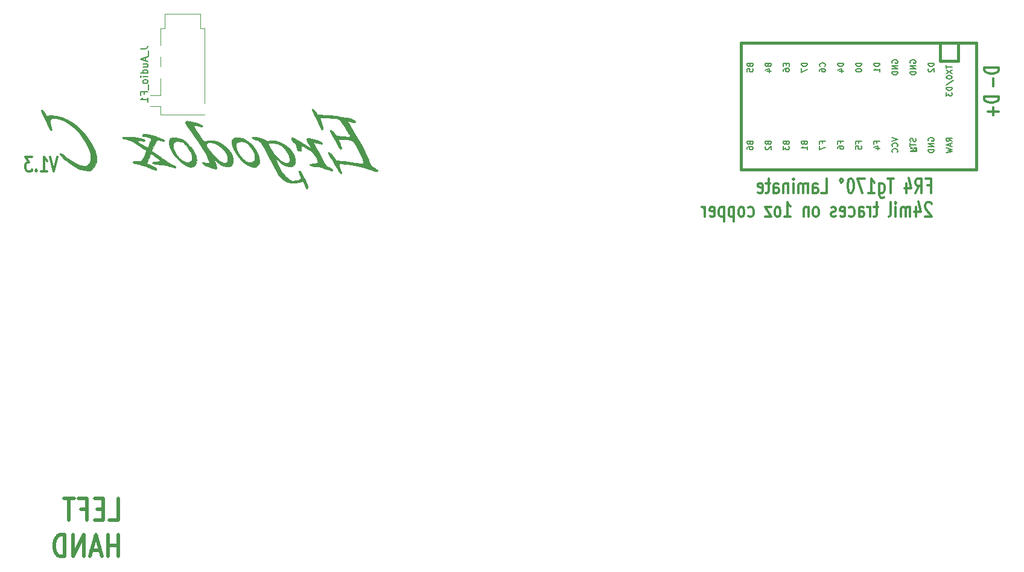
<source format=gbo>
G04 #@! TF.GenerationSoftware,KiCad,Pcbnew,(5.0.2)-1*
G04 #@! TF.CreationDate,2019-04-21T13:46:39+05:30*
G04 #@! TF.ProjectId,ErgodoxBle,4572676f-646f-4784-926c-652e6b696361,rev?*
G04 #@! TF.SameCoordinates,Original*
G04 #@! TF.FileFunction,Legend,Bot*
G04 #@! TF.FilePolarity,Positive*
%FSLAX46Y46*%
G04 Gerber Fmt 4.6, Leading zero omitted, Abs format (unit mm)*
G04 Created by KiCad (PCBNEW (5.0.2)-1) date 4/21/2019 1:46:39 PM*
%MOMM*%
%LPD*%
G01*
G04 APERTURE LIST*
%ADD10C,0.304800*%
%ADD11C,0.508000*%
%ADD12C,0.381000*%
%ADD13C,0.150000*%
%ADD14C,0.120000*%
%ADD15C,0.010000*%
G04 APERTURE END LIST*
D10*
X68672165Y-48770298D02*
X68164165Y-50802298D01*
X67656165Y-48770298D01*
X66349880Y-50802298D02*
X67220737Y-50802298D01*
X66785308Y-50802298D02*
X66785308Y-48770298D01*
X66930451Y-49060583D01*
X67075594Y-49254107D01*
X67220737Y-49350869D01*
X65696737Y-50608774D02*
X65624165Y-50705536D01*
X65696737Y-50802298D01*
X65769308Y-50705536D01*
X65696737Y-50608774D01*
X65696737Y-50802298D01*
X65116165Y-48770298D02*
X64172737Y-48770298D01*
X64680737Y-49544393D01*
X64463022Y-49544393D01*
X64317880Y-49641155D01*
X64245308Y-49737917D01*
X64172737Y-49931440D01*
X64172737Y-50415250D01*
X64245308Y-50608774D01*
X64317880Y-50705536D01*
X64463022Y-50802298D01*
X64898451Y-50802298D01*
X65043594Y-50705536D01*
X65116165Y-50608774D01*
X200753738Y-36246888D02*
X198721738Y-36246888D01*
X198721738Y-36609745D01*
X198818500Y-36827460D01*
X199012023Y-36972602D01*
X199205547Y-37045174D01*
X199592595Y-37117745D01*
X199882880Y-37117745D01*
X200269928Y-37045174D01*
X200463452Y-36972602D01*
X200656976Y-36827460D01*
X200753738Y-36609745D01*
X200753738Y-36246888D01*
X199979642Y-37770888D02*
X199979642Y-38932031D01*
X200705478Y-40305808D02*
X198673478Y-40305808D01*
X198673478Y-40668665D01*
X198770240Y-40886380D01*
X198963763Y-41031522D01*
X199157287Y-41104094D01*
X199544335Y-41176665D01*
X199834620Y-41176665D01*
X200221668Y-41104094D01*
X200415192Y-41031522D01*
X200608716Y-40886380D01*
X200705478Y-40668665D01*
X200705478Y-40305808D01*
X199931382Y-41829808D02*
X199931382Y-42990951D01*
X200705478Y-42410380D02*
X199157287Y-42410380D01*
D11*
X75960514Y-99803857D02*
X77170038Y-99803857D01*
X77170038Y-96755857D01*
X75113847Y-98207285D02*
X74267180Y-98207285D01*
X73904323Y-99803857D02*
X75113847Y-99803857D01*
X75113847Y-96755857D01*
X73904323Y-96755857D01*
X71969085Y-98207285D02*
X72815752Y-98207285D01*
X72815752Y-99803857D02*
X72815752Y-96755857D01*
X71606228Y-96755857D01*
X71001466Y-96755857D02*
X69550038Y-96755857D01*
X70275752Y-99803857D02*
X70275752Y-96755857D01*
X77170038Y-104883857D02*
X77170038Y-101835857D01*
X77170038Y-103287285D02*
X75718609Y-103287285D01*
X75718609Y-104883857D02*
X75718609Y-101835857D01*
X74630038Y-104013000D02*
X73420514Y-104013000D01*
X74871942Y-104883857D02*
X74025276Y-101835857D01*
X73178609Y-104883857D01*
X72331942Y-104883857D02*
X72331942Y-101835857D01*
X70880514Y-104883857D01*
X70880514Y-101835857D01*
X69670990Y-104883857D02*
X69670990Y-101835857D01*
X69066228Y-101835857D01*
X68703371Y-101981000D01*
X68461466Y-102271285D01*
X68340514Y-102561571D01*
X68219561Y-103142142D01*
X68219561Y-103577571D01*
X68340514Y-104158142D01*
X68461466Y-104448428D01*
X68703371Y-104738714D01*
X69066228Y-104883857D01*
X69670990Y-104883857D01*
D10*
X190701022Y-52788457D02*
X191209022Y-52788457D01*
X191209022Y-53852838D02*
X191209022Y-51820838D01*
X190483308Y-51820838D01*
X189031880Y-53852838D02*
X189539880Y-52885219D01*
X189902737Y-53852838D02*
X189902737Y-51820838D01*
X189322165Y-51820838D01*
X189177022Y-51917600D01*
X189104451Y-52014361D01*
X189031880Y-52207885D01*
X189031880Y-52498171D01*
X189104451Y-52691695D01*
X189177022Y-52788457D01*
X189322165Y-52885219D01*
X189902737Y-52885219D01*
X187725594Y-52498171D02*
X187725594Y-53852838D01*
X188088451Y-51724076D02*
X188451308Y-53175504D01*
X187507880Y-53175504D01*
X185983880Y-51820838D02*
X185113022Y-51820838D01*
X185548451Y-53852838D02*
X185548451Y-51820838D01*
X183951880Y-52498171D02*
X183951880Y-54143123D01*
X184024451Y-54336647D01*
X184097022Y-54433409D01*
X184242165Y-54530171D01*
X184459880Y-54530171D01*
X184605022Y-54433409D01*
X183951880Y-53756076D02*
X184097022Y-53852838D01*
X184387308Y-53852838D01*
X184532451Y-53756076D01*
X184605022Y-53659314D01*
X184677594Y-53465790D01*
X184677594Y-52885219D01*
X184605022Y-52691695D01*
X184532451Y-52594933D01*
X184387308Y-52498171D01*
X184097022Y-52498171D01*
X183951880Y-52594933D01*
X182427880Y-53852838D02*
X183298737Y-53852838D01*
X182863308Y-53852838D02*
X182863308Y-51820838D01*
X183008451Y-52111123D01*
X183153594Y-52304647D01*
X183298737Y-52401409D01*
X181919880Y-51820838D02*
X180903880Y-51820838D01*
X181557022Y-53852838D01*
X180033022Y-51820838D02*
X179887880Y-51820838D01*
X179742737Y-51917600D01*
X179670165Y-52014361D01*
X179597594Y-52207885D01*
X179525022Y-52594933D01*
X179525022Y-53078742D01*
X179597594Y-53465790D01*
X179670165Y-53659314D01*
X179742737Y-53756076D01*
X179887880Y-53852838D01*
X180033022Y-53852838D01*
X180178165Y-53756076D01*
X180250737Y-53659314D01*
X180323308Y-53465790D01*
X180395880Y-53078742D01*
X180395880Y-52594933D01*
X180323308Y-52207885D01*
X180250737Y-52014361D01*
X180178165Y-51917600D01*
X180033022Y-51820838D01*
X178654165Y-51820838D02*
X178799308Y-51917600D01*
X178871880Y-52111123D01*
X178799308Y-52304647D01*
X178654165Y-52401409D01*
X178509022Y-52304647D01*
X178436451Y-52111123D01*
X178509022Y-51917600D01*
X178654165Y-51820838D01*
X175823880Y-53852838D02*
X176549594Y-53852838D01*
X176549594Y-51820838D01*
X174662737Y-53852838D02*
X174662737Y-52788457D01*
X174735308Y-52594933D01*
X174880451Y-52498171D01*
X175170737Y-52498171D01*
X175315880Y-52594933D01*
X174662737Y-53756076D02*
X174807880Y-53852838D01*
X175170737Y-53852838D01*
X175315880Y-53756076D01*
X175388451Y-53562552D01*
X175388451Y-53369028D01*
X175315880Y-53175504D01*
X175170737Y-53078742D01*
X174807880Y-53078742D01*
X174662737Y-52981980D01*
X173937022Y-53852838D02*
X173937022Y-52498171D01*
X173937022Y-52691695D02*
X173864451Y-52594933D01*
X173719308Y-52498171D01*
X173501594Y-52498171D01*
X173356451Y-52594933D01*
X173283880Y-52788457D01*
X173283880Y-53852838D01*
X173283880Y-52788457D02*
X173211308Y-52594933D01*
X173066165Y-52498171D01*
X172848451Y-52498171D01*
X172703308Y-52594933D01*
X172630737Y-52788457D01*
X172630737Y-53852838D01*
X171905022Y-53852838D02*
X171905022Y-52498171D01*
X171905022Y-51820838D02*
X171977594Y-51917600D01*
X171905022Y-52014361D01*
X171832451Y-51917600D01*
X171905022Y-51820838D01*
X171905022Y-52014361D01*
X171179308Y-52498171D02*
X171179308Y-53852838D01*
X171179308Y-52691695D02*
X171106737Y-52594933D01*
X170961594Y-52498171D01*
X170743880Y-52498171D01*
X170598737Y-52594933D01*
X170526165Y-52788457D01*
X170526165Y-53852838D01*
X169147308Y-53852838D02*
X169147308Y-52788457D01*
X169219880Y-52594933D01*
X169365022Y-52498171D01*
X169655308Y-52498171D01*
X169800451Y-52594933D01*
X169147308Y-53756076D02*
X169292451Y-53852838D01*
X169655308Y-53852838D01*
X169800451Y-53756076D01*
X169873022Y-53562552D01*
X169873022Y-53369028D01*
X169800451Y-53175504D01*
X169655308Y-53078742D01*
X169292451Y-53078742D01*
X169147308Y-52981980D01*
X168639308Y-52498171D02*
X168058737Y-52498171D01*
X168421594Y-51820838D02*
X168421594Y-53562552D01*
X168349022Y-53756076D01*
X168203880Y-53852838D01*
X168058737Y-53852838D01*
X166970165Y-53756076D02*
X167115308Y-53852838D01*
X167405594Y-53852838D01*
X167550737Y-53756076D01*
X167623308Y-53562552D01*
X167623308Y-52788457D01*
X167550737Y-52594933D01*
X167405594Y-52498171D01*
X167115308Y-52498171D01*
X166970165Y-52594933D01*
X166897594Y-52788457D01*
X166897594Y-52981980D01*
X167623308Y-53175504D01*
X191281594Y-55367161D02*
X191209022Y-55270400D01*
X191063880Y-55173638D01*
X190701022Y-55173638D01*
X190555880Y-55270400D01*
X190483308Y-55367161D01*
X190410737Y-55560685D01*
X190410737Y-55754209D01*
X190483308Y-56044495D01*
X191354165Y-57205638D01*
X190410737Y-57205638D01*
X189104451Y-55850971D02*
X189104451Y-57205638D01*
X189467308Y-55076876D02*
X189830165Y-56528304D01*
X188886737Y-56528304D01*
X188306165Y-57205638D02*
X188306165Y-55850971D01*
X188306165Y-56044495D02*
X188233594Y-55947733D01*
X188088451Y-55850971D01*
X187870737Y-55850971D01*
X187725594Y-55947733D01*
X187653022Y-56141257D01*
X187653022Y-57205638D01*
X187653022Y-56141257D02*
X187580451Y-55947733D01*
X187435308Y-55850971D01*
X187217594Y-55850971D01*
X187072451Y-55947733D01*
X186999880Y-56141257D01*
X186999880Y-57205638D01*
X186274165Y-57205638D02*
X186274165Y-55850971D01*
X186274165Y-55173638D02*
X186346737Y-55270400D01*
X186274165Y-55367161D01*
X186201594Y-55270400D01*
X186274165Y-55173638D01*
X186274165Y-55367161D01*
X185330737Y-57205638D02*
X185475880Y-57108876D01*
X185548451Y-56915352D01*
X185548451Y-55173638D01*
X183806737Y-55850971D02*
X183226165Y-55850971D01*
X183589022Y-55173638D02*
X183589022Y-56915352D01*
X183516451Y-57108876D01*
X183371308Y-57205638D01*
X183226165Y-57205638D01*
X182718165Y-57205638D02*
X182718165Y-55850971D01*
X182718165Y-56238019D02*
X182645594Y-56044495D01*
X182573022Y-55947733D01*
X182427880Y-55850971D01*
X182282737Y-55850971D01*
X181121594Y-57205638D02*
X181121594Y-56141257D01*
X181194165Y-55947733D01*
X181339308Y-55850971D01*
X181629594Y-55850971D01*
X181774737Y-55947733D01*
X181121594Y-57108876D02*
X181266737Y-57205638D01*
X181629594Y-57205638D01*
X181774737Y-57108876D01*
X181847308Y-56915352D01*
X181847308Y-56721828D01*
X181774737Y-56528304D01*
X181629594Y-56431542D01*
X181266737Y-56431542D01*
X181121594Y-56334780D01*
X179742737Y-57108876D02*
X179887880Y-57205638D01*
X180178165Y-57205638D01*
X180323308Y-57108876D01*
X180395880Y-57012114D01*
X180468451Y-56818590D01*
X180468451Y-56238019D01*
X180395880Y-56044495D01*
X180323308Y-55947733D01*
X180178165Y-55850971D01*
X179887880Y-55850971D01*
X179742737Y-55947733D01*
X178509022Y-57108876D02*
X178654165Y-57205638D01*
X178944451Y-57205638D01*
X179089594Y-57108876D01*
X179162165Y-56915352D01*
X179162165Y-56141257D01*
X179089594Y-55947733D01*
X178944451Y-55850971D01*
X178654165Y-55850971D01*
X178509022Y-55947733D01*
X178436451Y-56141257D01*
X178436451Y-56334780D01*
X179162165Y-56528304D01*
X177855880Y-57108876D02*
X177710737Y-57205638D01*
X177420451Y-57205638D01*
X177275308Y-57108876D01*
X177202737Y-56915352D01*
X177202737Y-56818590D01*
X177275308Y-56625066D01*
X177420451Y-56528304D01*
X177638165Y-56528304D01*
X177783308Y-56431542D01*
X177855880Y-56238019D01*
X177855880Y-56141257D01*
X177783308Y-55947733D01*
X177638165Y-55850971D01*
X177420451Y-55850971D01*
X177275308Y-55947733D01*
X175170737Y-57205638D02*
X175315880Y-57108876D01*
X175388451Y-57012114D01*
X175461022Y-56818590D01*
X175461022Y-56238019D01*
X175388451Y-56044495D01*
X175315880Y-55947733D01*
X175170737Y-55850971D01*
X174953022Y-55850971D01*
X174807880Y-55947733D01*
X174735308Y-56044495D01*
X174662737Y-56238019D01*
X174662737Y-56818590D01*
X174735308Y-57012114D01*
X174807880Y-57108876D01*
X174953022Y-57205638D01*
X175170737Y-57205638D01*
X174009594Y-55850971D02*
X174009594Y-57205638D01*
X174009594Y-56044495D02*
X173937022Y-55947733D01*
X173791880Y-55850971D01*
X173574165Y-55850971D01*
X173429022Y-55947733D01*
X173356451Y-56141257D01*
X173356451Y-57205638D01*
X170671308Y-57205638D02*
X171542165Y-57205638D01*
X171106737Y-57205638D02*
X171106737Y-55173638D01*
X171251880Y-55463923D01*
X171397022Y-55657447D01*
X171542165Y-55754209D01*
X169800451Y-57205638D02*
X169945594Y-57108876D01*
X170018165Y-57012114D01*
X170090737Y-56818590D01*
X170090737Y-56238019D01*
X170018165Y-56044495D01*
X169945594Y-55947733D01*
X169800451Y-55850971D01*
X169582737Y-55850971D01*
X169437594Y-55947733D01*
X169365022Y-56044495D01*
X169292451Y-56238019D01*
X169292451Y-56818590D01*
X169365022Y-57012114D01*
X169437594Y-57108876D01*
X169582737Y-57205638D01*
X169800451Y-57205638D01*
X168784451Y-55850971D02*
X167986165Y-55850971D01*
X168784451Y-57205638D01*
X167986165Y-57205638D01*
X165591308Y-57108876D02*
X165736451Y-57205638D01*
X166026737Y-57205638D01*
X166171880Y-57108876D01*
X166244451Y-57012114D01*
X166317022Y-56818590D01*
X166317022Y-56238019D01*
X166244451Y-56044495D01*
X166171880Y-55947733D01*
X166026737Y-55850971D01*
X165736451Y-55850971D01*
X165591308Y-55947733D01*
X164720451Y-57205638D02*
X164865594Y-57108876D01*
X164938165Y-57012114D01*
X165010737Y-56818590D01*
X165010737Y-56238019D01*
X164938165Y-56044495D01*
X164865594Y-55947733D01*
X164720451Y-55850971D01*
X164502737Y-55850971D01*
X164357594Y-55947733D01*
X164285022Y-56044495D01*
X164212451Y-56238019D01*
X164212451Y-56818590D01*
X164285022Y-57012114D01*
X164357594Y-57108876D01*
X164502737Y-57205638D01*
X164720451Y-57205638D01*
X163559308Y-55850971D02*
X163559308Y-57882971D01*
X163559308Y-55947733D02*
X163414165Y-55850971D01*
X163123880Y-55850971D01*
X162978737Y-55947733D01*
X162906165Y-56044495D01*
X162833594Y-56238019D01*
X162833594Y-56818590D01*
X162906165Y-57012114D01*
X162978737Y-57108876D01*
X163123880Y-57205638D01*
X163414165Y-57205638D01*
X163559308Y-57108876D01*
X162180451Y-55850971D02*
X162180451Y-57882971D01*
X162180451Y-55947733D02*
X162035308Y-55850971D01*
X161745022Y-55850971D01*
X161599880Y-55947733D01*
X161527308Y-56044495D01*
X161454737Y-56238019D01*
X161454737Y-56818590D01*
X161527308Y-57012114D01*
X161599880Y-57108876D01*
X161745022Y-57205638D01*
X162035308Y-57205638D01*
X162180451Y-57108876D01*
X160221022Y-57108876D02*
X160366165Y-57205638D01*
X160656451Y-57205638D01*
X160801594Y-57108876D01*
X160874165Y-56915352D01*
X160874165Y-56141257D01*
X160801594Y-55947733D01*
X160656451Y-55850971D01*
X160366165Y-55850971D01*
X160221022Y-55947733D01*
X160148451Y-56141257D01*
X160148451Y-56334780D01*
X160874165Y-56528304D01*
X159495308Y-57205638D02*
X159495308Y-55850971D01*
X159495308Y-56238019D02*
X159422737Y-56044495D01*
X159350165Y-55947733D01*
X159205022Y-55850971D01*
X159059880Y-55850971D01*
D12*
G04 #@! TO.C,proMicro1*
X192544700Y-35349180D02*
X192544700Y-32809180D01*
X195084700Y-35349180D02*
X192544700Y-35349180D01*
D13*
G36*
X188795670Y-47743815D02*
X188695670Y-47743815D01*
X188695670Y-47843815D01*
X188795670Y-47843815D01*
X188795670Y-47743815D01*
G37*
X188795670Y-47743815D02*
X188695670Y-47743815D01*
X188695670Y-47843815D01*
X188795670Y-47843815D01*
X188795670Y-47743815D01*
G36*
X189195670Y-47943815D02*
X188395670Y-47943815D01*
X188395670Y-48043815D01*
X189195670Y-48043815D01*
X189195670Y-47943815D01*
G37*
X189195670Y-47943815D02*
X188395670Y-47943815D01*
X188395670Y-48043815D01*
X189195670Y-48043815D01*
X189195670Y-47943815D01*
G36*
X188595670Y-47543815D02*
X188395670Y-47543815D01*
X188395670Y-47643815D01*
X188595670Y-47643815D01*
X188595670Y-47543815D01*
G37*
X188595670Y-47543815D02*
X188395670Y-47543815D01*
X188395670Y-47643815D01*
X188595670Y-47643815D01*
X188595670Y-47543815D01*
G36*
X189195670Y-47543815D02*
X188895670Y-47543815D01*
X188895670Y-47643815D01*
X189195670Y-47643815D01*
X189195670Y-47543815D01*
G37*
X189195670Y-47543815D02*
X188895670Y-47543815D01*
X188895670Y-47643815D01*
X189195670Y-47643815D01*
X189195670Y-47543815D01*
G36*
X189195670Y-47543815D02*
X189095670Y-47543815D01*
X189095670Y-48043815D01*
X189195670Y-48043815D01*
X189195670Y-47543815D01*
G37*
X189195670Y-47543815D02*
X189095670Y-47543815D01*
X189095670Y-48043815D01*
X189195670Y-48043815D01*
X189195670Y-47543815D01*
D12*
X164604700Y-50589180D02*
X197624700Y-50589180D01*
X164604700Y-32809180D02*
X164604700Y-50589180D01*
X197624700Y-32809180D02*
X164604700Y-32809180D01*
X197624700Y-50589180D02*
X197624700Y-32809180D01*
X195084700Y-35349180D02*
X195084700Y-32809180D01*
D14*
G04 #@! TO.C,J_Audio_F1*
X83115220Y-40177180D02*
X81715220Y-40177180D01*
X83115220Y-41727180D02*
X81715220Y-41727180D01*
X89315220Y-41277180D02*
X89315220Y-30752180D01*
X83115220Y-41727180D02*
X83115220Y-42852180D01*
X83115220Y-37777180D02*
X83115220Y-40177180D01*
X83115220Y-34777180D02*
X83115220Y-36127180D01*
X83115220Y-30752180D02*
X83115220Y-33127180D01*
X89315220Y-42852180D02*
X83115220Y-42852180D01*
X83115220Y-30752180D02*
X83715220Y-30752180D01*
X88715220Y-30752180D02*
X89315220Y-30752180D01*
X83715220Y-28752180D02*
X88715220Y-28752180D01*
X83715220Y-30752180D02*
X83715220Y-28752180D01*
X88715220Y-30752180D02*
X88715220Y-28752180D01*
D15*
G04 #@! TO.C,G\002A\002A\002A*
G36*
X95953181Y-46022870D02*
X95910641Y-46096811D01*
X96020179Y-46200422D01*
X96268215Y-46317647D01*
X96499269Y-46394117D01*
X96726746Y-46468382D01*
X96921524Y-46561061D01*
X97099521Y-46693824D01*
X97276656Y-46888337D01*
X97468847Y-47166269D01*
X97692014Y-47549289D01*
X97962075Y-48059063D01*
X98294949Y-48717261D01*
X98482136Y-49093128D01*
X98780454Y-49684818D01*
X99072279Y-50247637D01*
X99337798Y-50744557D01*
X99557200Y-51138552D01*
X99710673Y-51392594D01*
X99719611Y-51405911D01*
X100186992Y-51934687D01*
X100743627Y-52290163D01*
X101372172Y-52466479D01*
X102055282Y-52457775D01*
X102517207Y-52351113D01*
X102808493Y-52265648D01*
X103015842Y-52216111D01*
X103087090Y-52211643D01*
X103139709Y-52312105D01*
X103249783Y-52540188D01*
X103360785Y-52776456D01*
X103507654Y-53086844D01*
X103597760Y-53248569D01*
X103657738Y-53295120D01*
X103714220Y-53259983D01*
X103731135Y-53242122D01*
X103783771Y-53132579D01*
X103771571Y-52959830D01*
X103685725Y-52691628D01*
X103517426Y-52295727D01*
X103407060Y-52055779D01*
X103130710Y-51482005D01*
X102915840Y-51081036D01*
X102752307Y-50837777D01*
X102629964Y-50737136D01*
X102538735Y-50763941D01*
X102501827Y-50898548D01*
X102573142Y-51135022D01*
X102658422Y-51315725D01*
X102776670Y-51590267D01*
X102829190Y-51797929D01*
X102822543Y-51858676D01*
X102675794Y-51969341D01*
X102407273Y-52067974D01*
X102083324Y-52138728D01*
X101770289Y-52165758D01*
X101597973Y-52151170D01*
X101159511Y-51968947D01*
X100713518Y-51610749D01*
X100286531Y-51100444D01*
X100085801Y-50791262D01*
X99861892Y-50400863D01*
X99639396Y-49987217D01*
X99439954Y-49593744D01*
X99285207Y-49263867D01*
X99196797Y-49041008D01*
X99184221Y-48982293D01*
X99246097Y-49008702D01*
X99407111Y-49144691D01*
X99598203Y-49327298D01*
X100167785Y-49802225D01*
X100733681Y-50094437D01*
X101226284Y-50193881D01*
X101599400Y-50145901D01*
X101846588Y-49957975D01*
X101977918Y-49617979D01*
X102006444Y-49254491D01*
X101983898Y-49120945D01*
X101247448Y-49120945D01*
X101206213Y-49426343D01*
X101140962Y-49530336D01*
X100911926Y-49642977D01*
X100589910Y-49622319D01*
X100217967Y-49475438D01*
X100008857Y-49344232D01*
X99702961Y-49086749D01*
X99374203Y-48746676D01*
X99047774Y-48358652D01*
X98748867Y-47957318D01*
X98502673Y-47577313D01*
X98334387Y-47253277D01*
X98269199Y-47019849D01*
X98276606Y-46962372D01*
X98378043Y-46862447D01*
X98612020Y-46815830D01*
X98828491Y-46809687D01*
X99464765Y-46910476D01*
X100048981Y-47197800D01*
X100560932Y-47657926D01*
X100976277Y-48269314D01*
X101169139Y-48722528D01*
X101247448Y-49120945D01*
X101983898Y-49120945D01*
X101917915Y-48730115D01*
X101672676Y-48209477D01*
X101301246Y-47716368D01*
X100834144Y-47274576D01*
X100301889Y-46907894D01*
X99735000Y-46640110D01*
X99163997Y-46495017D01*
X98619399Y-46496403D01*
X98499072Y-46520429D01*
X98196220Y-46565557D01*
X97951057Y-46510826D01*
X97775212Y-46417933D01*
X97408280Y-46251181D01*
X96942482Y-46109956D01*
X96467089Y-46017671D01*
X96161381Y-45994656D01*
X95953181Y-46022870D01*
X95953181Y-46022870D01*
G37*
X95953181Y-46022870D02*
X95910641Y-46096811D01*
X96020179Y-46200422D01*
X96268215Y-46317647D01*
X96499269Y-46394117D01*
X96726746Y-46468382D01*
X96921524Y-46561061D01*
X97099521Y-46693824D01*
X97276656Y-46888337D01*
X97468847Y-47166269D01*
X97692014Y-47549289D01*
X97962075Y-48059063D01*
X98294949Y-48717261D01*
X98482136Y-49093128D01*
X98780454Y-49684818D01*
X99072279Y-50247637D01*
X99337798Y-50744557D01*
X99557200Y-51138552D01*
X99710673Y-51392594D01*
X99719611Y-51405911D01*
X100186992Y-51934687D01*
X100743627Y-52290163D01*
X101372172Y-52466479D01*
X102055282Y-52457775D01*
X102517207Y-52351113D01*
X102808493Y-52265648D01*
X103015842Y-52216111D01*
X103087090Y-52211643D01*
X103139709Y-52312105D01*
X103249783Y-52540188D01*
X103360785Y-52776456D01*
X103507654Y-53086844D01*
X103597760Y-53248569D01*
X103657738Y-53295120D01*
X103714220Y-53259983D01*
X103731135Y-53242122D01*
X103783771Y-53132579D01*
X103771571Y-52959830D01*
X103685725Y-52691628D01*
X103517426Y-52295727D01*
X103407060Y-52055779D01*
X103130710Y-51482005D01*
X102915840Y-51081036D01*
X102752307Y-50837777D01*
X102629964Y-50737136D01*
X102538735Y-50763941D01*
X102501827Y-50898548D01*
X102573142Y-51135022D01*
X102658422Y-51315725D01*
X102776670Y-51590267D01*
X102829190Y-51797929D01*
X102822543Y-51858676D01*
X102675794Y-51969341D01*
X102407273Y-52067974D01*
X102083324Y-52138728D01*
X101770289Y-52165758D01*
X101597973Y-52151170D01*
X101159511Y-51968947D01*
X100713518Y-51610749D01*
X100286531Y-51100444D01*
X100085801Y-50791262D01*
X99861892Y-50400863D01*
X99639396Y-49987217D01*
X99439954Y-49593744D01*
X99285207Y-49263867D01*
X99196797Y-49041008D01*
X99184221Y-48982293D01*
X99246097Y-49008702D01*
X99407111Y-49144691D01*
X99598203Y-49327298D01*
X100167785Y-49802225D01*
X100733681Y-50094437D01*
X101226284Y-50193881D01*
X101599400Y-50145901D01*
X101846588Y-49957975D01*
X101977918Y-49617979D01*
X102006444Y-49254491D01*
X101983898Y-49120945D01*
X101247448Y-49120945D01*
X101206213Y-49426343D01*
X101140962Y-49530336D01*
X100911926Y-49642977D01*
X100589910Y-49622319D01*
X100217967Y-49475438D01*
X100008857Y-49344232D01*
X99702961Y-49086749D01*
X99374203Y-48746676D01*
X99047774Y-48358652D01*
X98748867Y-47957318D01*
X98502673Y-47577313D01*
X98334387Y-47253277D01*
X98269199Y-47019849D01*
X98276606Y-46962372D01*
X98378043Y-46862447D01*
X98612020Y-46815830D01*
X98828491Y-46809687D01*
X99464765Y-46910476D01*
X100048981Y-47197800D01*
X100560932Y-47657926D01*
X100976277Y-48269314D01*
X101169139Y-48722528D01*
X101247448Y-49120945D01*
X101983898Y-49120945D01*
X101917915Y-48730115D01*
X101672676Y-48209477D01*
X101301246Y-47716368D01*
X100834144Y-47274576D01*
X100301889Y-46907894D01*
X99735000Y-46640110D01*
X99163997Y-46495017D01*
X98619399Y-46496403D01*
X98499072Y-46520429D01*
X98196220Y-46565557D01*
X97951057Y-46510826D01*
X97775212Y-46417933D01*
X97408280Y-46251181D01*
X96942482Y-46109956D01*
X96467089Y-46017671D01*
X96161381Y-45994656D01*
X95953181Y-46022870D01*
G36*
X104351070Y-42090281D02*
X104376390Y-42272267D01*
X104511789Y-42575219D01*
X104650001Y-42809142D01*
X104826909Y-43117870D01*
X105040981Y-43536441D01*
X105253749Y-43988639D01*
X105313045Y-44122848D01*
X105483246Y-44495649D01*
X105631992Y-44786269D01*
X105737508Y-44953782D01*
X105768380Y-44978656D01*
X105882067Y-44921999D01*
X105898640Y-44739887D01*
X105817142Y-44414103D01*
X105725030Y-44153391D01*
X105603419Y-43811070D01*
X105517680Y-43533267D01*
X105487184Y-43386339D01*
X105513632Y-43317083D01*
X105608803Y-43274212D01*
X105796438Y-43257288D01*
X106100275Y-43265874D01*
X106544057Y-43299532D01*
X107133481Y-43356004D01*
X107510271Y-43390702D01*
X107789066Y-43422203D01*
X108000299Y-43473528D01*
X108174402Y-43567700D01*
X108341809Y-43727740D01*
X108532951Y-43976670D01*
X108778262Y-44337511D01*
X109108175Y-44833287D01*
X109130661Y-44866837D01*
X109372707Y-45239589D01*
X109566481Y-45560568D01*
X109688443Y-45789377D01*
X109718624Y-45875798D01*
X109683783Y-45936031D01*
X109557866Y-45967584D01*
X109311944Y-45972431D01*
X108917088Y-45952542D01*
X108756259Y-45941399D01*
X108316167Y-45906056D01*
X108022942Y-45868052D01*
X107835501Y-45815358D01*
X107712761Y-45735942D01*
X107613640Y-45617776D01*
X107603851Y-45603943D01*
X107336234Y-45257352D01*
X107118903Y-45043607D01*
X106968196Y-44974384D01*
X106900453Y-45061357D01*
X106898296Y-45099766D01*
X106946978Y-45234349D01*
X107077185Y-45491745D01*
X107265160Y-45826360D01*
X107361532Y-45988766D01*
X107603426Y-46404708D01*
X107832445Y-46824062D01*
X108007455Y-47170877D01*
X108038796Y-47239256D01*
X108194198Y-47526828D01*
X108339635Y-47692882D01*
X108449241Y-47719029D01*
X108497152Y-47586880D01*
X108497555Y-47565408D01*
X108456714Y-47381903D01*
X108354426Y-47110517D01*
X108309407Y-47010656D01*
X108159372Y-46666951D01*
X108115582Y-46451662D01*
X108197755Y-46340029D01*
X108425605Y-46307290D01*
X108818851Y-46328684D01*
X108850333Y-46331336D01*
X109359469Y-46377768D01*
X109720715Y-46429215D01*
X109973789Y-46506029D01*
X110158412Y-46628560D01*
X110314303Y-46817161D01*
X110481184Y-47092182D01*
X110541043Y-47197611D01*
X110824844Y-47719937D01*
X111087907Y-48242386D01*
X111313330Y-48727510D01*
X111484210Y-49137860D01*
X111583644Y-49435991D01*
X111601999Y-49548119D01*
X111582760Y-49662097D01*
X111506082Y-49728076D01*
X111343527Y-49747426D01*
X111066656Y-49721515D01*
X110647030Y-49651714D01*
X110401722Y-49605906D01*
X109939186Y-49530260D01*
X109386538Y-49457879D01*
X108841628Y-49401148D01*
X108679749Y-49387940D01*
X107734720Y-49317645D01*
X107311009Y-48722950D01*
X107044476Y-48384550D01*
X106829087Y-48181307D01*
X106681257Y-48124250D01*
X106617401Y-48224410D01*
X106616073Y-48256018D01*
X106668416Y-48390296D01*
X106808647Y-48643077D01*
X107011567Y-48970464D01*
X107126382Y-49145018D01*
X107403857Y-49574903D01*
X107681730Y-50031761D01*
X107908957Y-50431097D01*
X107949530Y-50507542D01*
X108160932Y-50876463D01*
X108330886Y-51099030D01*
X108446929Y-51163459D01*
X108496599Y-51057965D01*
X108497555Y-51025757D01*
X108461855Y-50841157D01*
X108370460Y-50551033D01*
X108296590Y-50353798D01*
X108195421Y-50062494D01*
X108149182Y-49850427D01*
X108156982Y-49783007D01*
X108275207Y-49763925D01*
X108541702Y-49771920D01*
X108918855Y-49802620D01*
X109369056Y-49851654D01*
X109854691Y-49914650D01*
X110338151Y-49987238D01*
X110781824Y-50065045D01*
X111037555Y-50117798D01*
X111476861Y-50230503D01*
X111992015Y-50383868D01*
X112482530Y-50547693D01*
X112553905Y-50573553D01*
X113000401Y-50733751D01*
X113297624Y-50826937D01*
X113472819Y-50856433D01*
X113553233Y-50825559D01*
X113566111Y-50737638D01*
X113560103Y-50696217D01*
X113456093Y-50553835D01*
X113226826Y-50405926D01*
X113115270Y-50355979D01*
X112924086Y-50271160D01*
X112782223Y-50169868D01*
X112660957Y-50012060D01*
X112531559Y-49757691D01*
X112365305Y-49366716D01*
X112311710Y-49235818D01*
X112078627Y-48687599D01*
X111829113Y-48151426D01*
X111544930Y-47593053D01*
X111207839Y-46978235D01*
X110799603Y-46272728D01*
X110301982Y-45442285D01*
X110215503Y-45299896D01*
X109928510Y-44820399D01*
X109686238Y-44400873D01*
X109504470Y-44069884D01*
X109398990Y-43856000D01*
X109380272Y-43788254D01*
X109493686Y-43778242D01*
X109722526Y-43815871D01*
X109852646Y-43848014D01*
X110182264Y-43930997D01*
X110369970Y-43953725D01*
X110454126Y-43914109D01*
X110473110Y-43814192D01*
X110382195Y-43685690D01*
X110121794Y-43553329D01*
X109710426Y-43421223D01*
X109166607Y-43293485D01*
X108508856Y-43174228D01*
X107755691Y-43067568D01*
X106925629Y-42977616D01*
X106567441Y-42946527D01*
X105166883Y-42833586D01*
X104849333Y-42432921D01*
X104596167Y-42154328D01*
X104427205Y-42045542D01*
X104351070Y-42090281D01*
X104351070Y-42090281D01*
G37*
X104351070Y-42090281D02*
X104376390Y-42272267D01*
X104511789Y-42575219D01*
X104650001Y-42809142D01*
X104826909Y-43117870D01*
X105040981Y-43536441D01*
X105253749Y-43988639D01*
X105313045Y-44122848D01*
X105483246Y-44495649D01*
X105631992Y-44786269D01*
X105737508Y-44953782D01*
X105768380Y-44978656D01*
X105882067Y-44921999D01*
X105898640Y-44739887D01*
X105817142Y-44414103D01*
X105725030Y-44153391D01*
X105603419Y-43811070D01*
X105517680Y-43533267D01*
X105487184Y-43386339D01*
X105513632Y-43317083D01*
X105608803Y-43274212D01*
X105796438Y-43257288D01*
X106100275Y-43265874D01*
X106544057Y-43299532D01*
X107133481Y-43356004D01*
X107510271Y-43390702D01*
X107789066Y-43422203D01*
X108000299Y-43473528D01*
X108174402Y-43567700D01*
X108341809Y-43727740D01*
X108532951Y-43976670D01*
X108778262Y-44337511D01*
X109108175Y-44833287D01*
X109130661Y-44866837D01*
X109372707Y-45239589D01*
X109566481Y-45560568D01*
X109688443Y-45789377D01*
X109718624Y-45875798D01*
X109683783Y-45936031D01*
X109557866Y-45967584D01*
X109311944Y-45972431D01*
X108917088Y-45952542D01*
X108756259Y-45941399D01*
X108316167Y-45906056D01*
X108022942Y-45868052D01*
X107835501Y-45815358D01*
X107712761Y-45735942D01*
X107613640Y-45617776D01*
X107603851Y-45603943D01*
X107336234Y-45257352D01*
X107118903Y-45043607D01*
X106968196Y-44974384D01*
X106900453Y-45061357D01*
X106898296Y-45099766D01*
X106946978Y-45234349D01*
X107077185Y-45491745D01*
X107265160Y-45826360D01*
X107361532Y-45988766D01*
X107603426Y-46404708D01*
X107832445Y-46824062D01*
X108007455Y-47170877D01*
X108038796Y-47239256D01*
X108194198Y-47526828D01*
X108339635Y-47692882D01*
X108449241Y-47719029D01*
X108497152Y-47586880D01*
X108497555Y-47565408D01*
X108456714Y-47381903D01*
X108354426Y-47110517D01*
X108309407Y-47010656D01*
X108159372Y-46666951D01*
X108115582Y-46451662D01*
X108197755Y-46340029D01*
X108425605Y-46307290D01*
X108818851Y-46328684D01*
X108850333Y-46331336D01*
X109359469Y-46377768D01*
X109720715Y-46429215D01*
X109973789Y-46506029D01*
X110158412Y-46628560D01*
X110314303Y-46817161D01*
X110481184Y-47092182D01*
X110541043Y-47197611D01*
X110824844Y-47719937D01*
X111087907Y-48242386D01*
X111313330Y-48727510D01*
X111484210Y-49137860D01*
X111583644Y-49435991D01*
X111601999Y-49548119D01*
X111582760Y-49662097D01*
X111506082Y-49728076D01*
X111343527Y-49747426D01*
X111066656Y-49721515D01*
X110647030Y-49651714D01*
X110401722Y-49605906D01*
X109939186Y-49530260D01*
X109386538Y-49457879D01*
X108841628Y-49401148D01*
X108679749Y-49387940D01*
X107734720Y-49317645D01*
X107311009Y-48722950D01*
X107044476Y-48384550D01*
X106829087Y-48181307D01*
X106681257Y-48124250D01*
X106617401Y-48224410D01*
X106616073Y-48256018D01*
X106668416Y-48390296D01*
X106808647Y-48643077D01*
X107011567Y-48970464D01*
X107126382Y-49145018D01*
X107403857Y-49574903D01*
X107681730Y-50031761D01*
X107908957Y-50431097D01*
X107949530Y-50507542D01*
X108160932Y-50876463D01*
X108330886Y-51099030D01*
X108446929Y-51163459D01*
X108496599Y-51057965D01*
X108497555Y-51025757D01*
X108461855Y-50841157D01*
X108370460Y-50551033D01*
X108296590Y-50353798D01*
X108195421Y-50062494D01*
X108149182Y-49850427D01*
X108156982Y-49783007D01*
X108275207Y-49763925D01*
X108541702Y-49771920D01*
X108918855Y-49802620D01*
X109369056Y-49851654D01*
X109854691Y-49914650D01*
X110338151Y-49987238D01*
X110781824Y-50065045D01*
X111037555Y-50117798D01*
X111476861Y-50230503D01*
X111992015Y-50383868D01*
X112482530Y-50547693D01*
X112553905Y-50573553D01*
X113000401Y-50733751D01*
X113297624Y-50826937D01*
X113472819Y-50856433D01*
X113553233Y-50825559D01*
X113566111Y-50737638D01*
X113560103Y-50696217D01*
X113456093Y-50553835D01*
X113226826Y-50405926D01*
X113115270Y-50355979D01*
X112924086Y-50271160D01*
X112782223Y-50169868D01*
X112660957Y-50012060D01*
X112531559Y-49757691D01*
X112365305Y-49366716D01*
X112311710Y-49235818D01*
X112078627Y-48687599D01*
X111829113Y-48151426D01*
X111544930Y-47593053D01*
X111207839Y-46978235D01*
X110799603Y-46272728D01*
X110301982Y-45442285D01*
X110215503Y-45299896D01*
X109928510Y-44820399D01*
X109686238Y-44400873D01*
X109504470Y-44069884D01*
X109398990Y-43856000D01*
X109380272Y-43788254D01*
X109493686Y-43778242D01*
X109722526Y-43815871D01*
X109852646Y-43848014D01*
X110182264Y-43930997D01*
X110369970Y-43953725D01*
X110454126Y-43914109D01*
X110473110Y-43814192D01*
X110382195Y-43685690D01*
X110121794Y-43553329D01*
X109710426Y-43421223D01*
X109166607Y-43293485D01*
X108508856Y-43174228D01*
X107755691Y-43067568D01*
X106925629Y-42977616D01*
X106567441Y-42946527D01*
X105166883Y-42833586D01*
X104849333Y-42432921D01*
X104596167Y-42154328D01*
X104427205Y-42045542D01*
X104351070Y-42090281D01*
G36*
X101502969Y-46124699D02*
X101452411Y-46242150D01*
X101458975Y-46323256D01*
X101555142Y-46525300D01*
X101752432Y-46727117D01*
X101791170Y-46755056D01*
X102043927Y-47007294D01*
X102149008Y-47315456D01*
X102229566Y-47683601D01*
X102345336Y-47888314D01*
X102525086Y-47969241D01*
X102628178Y-47975856D01*
X102805286Y-47958843D01*
X102876785Y-47868081D01*
X102881972Y-47643982D01*
X102879442Y-47594856D01*
X102876780Y-47350117D01*
X102896105Y-47220208D01*
X102903986Y-47213856D01*
X103053853Y-47265048D01*
X103310081Y-47398662D01*
X103622269Y-47584748D01*
X103940018Y-47793357D01*
X104198578Y-47983104D01*
X104509608Y-48276217D01*
X104794497Y-48626212D01*
X105021771Y-48984681D01*
X105159952Y-49303215D01*
X105184810Y-49499856D01*
X105144262Y-49614129D01*
X105031439Y-49681297D01*
X104802668Y-49717941D01*
X104569962Y-49733304D01*
X104214436Y-49773519D01*
X104028273Y-49840433D01*
X103996105Y-49922181D01*
X104102566Y-50006897D01*
X104332290Y-50082716D01*
X104669911Y-50137774D01*
X105100062Y-50160203D01*
X105122893Y-50160256D01*
X105327959Y-50190842D01*
X105656136Y-50272906D01*
X106052597Y-50391903D01*
X106271900Y-50465056D01*
X106712291Y-50616469D01*
X107002871Y-50710036D01*
X107173062Y-50749731D01*
X107252283Y-50739528D01*
X107269954Y-50683402D01*
X107257785Y-50598237D01*
X107156252Y-50463582D01*
X106924587Y-50306546D01*
X106731744Y-50211529D01*
X106516887Y-50111617D01*
X106352753Y-50004836D01*
X106209635Y-49854853D01*
X106057824Y-49625336D01*
X105867613Y-49279952D01*
X105688250Y-48935347D01*
X105438816Y-48458741D01*
X105189016Y-47992216D01*
X104971372Y-47595954D01*
X104843165Y-47371502D01*
X104696421Y-47089729D01*
X104619864Y-46873583D01*
X104623371Y-46785334D01*
X104750838Y-46766328D01*
X104983693Y-46814754D01*
X105105723Y-46856287D01*
X105476082Y-46973968D01*
X105728175Y-47004341D01*
X105841737Y-46946650D01*
X105839975Y-46883698D01*
X105724300Y-46769970D01*
X105457057Y-46626998D01*
X105070496Y-46468867D01*
X104596870Y-46309658D01*
X104378406Y-46245481D01*
X103966480Y-46158781D01*
X103713382Y-46179510D01*
X103615364Y-46312822D01*
X103668675Y-46563868D01*
X103869568Y-46937800D01*
X103871916Y-46941550D01*
X104038586Y-47210548D01*
X104163912Y-47418376D01*
X104199342Y-47480350D01*
X104157578Y-47495182D01*
X103988185Y-47427330D01*
X103726023Y-47296551D01*
X103405951Y-47122599D01*
X103062830Y-46925232D01*
X102731519Y-46724206D01*
X102446879Y-46539275D01*
X102243770Y-46390198D01*
X102189444Y-46341288D01*
X101942210Y-46166709D01*
X101689012Y-46096256D01*
X101502969Y-46124699D01*
X101502969Y-46124699D01*
G37*
X101502969Y-46124699D02*
X101452411Y-46242150D01*
X101458975Y-46323256D01*
X101555142Y-46525300D01*
X101752432Y-46727117D01*
X101791170Y-46755056D01*
X102043927Y-47007294D01*
X102149008Y-47315456D01*
X102229566Y-47683601D01*
X102345336Y-47888314D01*
X102525086Y-47969241D01*
X102628178Y-47975856D01*
X102805286Y-47958843D01*
X102876785Y-47868081D01*
X102881972Y-47643982D01*
X102879442Y-47594856D01*
X102876780Y-47350117D01*
X102896105Y-47220208D01*
X102903986Y-47213856D01*
X103053853Y-47265048D01*
X103310081Y-47398662D01*
X103622269Y-47584748D01*
X103940018Y-47793357D01*
X104198578Y-47983104D01*
X104509608Y-48276217D01*
X104794497Y-48626212D01*
X105021771Y-48984681D01*
X105159952Y-49303215D01*
X105184810Y-49499856D01*
X105144262Y-49614129D01*
X105031439Y-49681297D01*
X104802668Y-49717941D01*
X104569962Y-49733304D01*
X104214436Y-49773519D01*
X104028273Y-49840433D01*
X103996105Y-49922181D01*
X104102566Y-50006897D01*
X104332290Y-50082716D01*
X104669911Y-50137774D01*
X105100062Y-50160203D01*
X105122893Y-50160256D01*
X105327959Y-50190842D01*
X105656136Y-50272906D01*
X106052597Y-50391903D01*
X106271900Y-50465056D01*
X106712291Y-50616469D01*
X107002871Y-50710036D01*
X107173062Y-50749731D01*
X107252283Y-50739528D01*
X107269954Y-50683402D01*
X107257785Y-50598237D01*
X107156252Y-50463582D01*
X106924587Y-50306546D01*
X106731744Y-50211529D01*
X106516887Y-50111617D01*
X106352753Y-50004836D01*
X106209635Y-49854853D01*
X106057824Y-49625336D01*
X105867613Y-49279952D01*
X105688250Y-48935347D01*
X105438816Y-48458741D01*
X105189016Y-47992216D01*
X104971372Y-47595954D01*
X104843165Y-47371502D01*
X104696421Y-47089729D01*
X104619864Y-46873583D01*
X104623371Y-46785334D01*
X104750838Y-46766328D01*
X104983693Y-46814754D01*
X105105723Y-46856287D01*
X105476082Y-46973968D01*
X105728175Y-47004341D01*
X105841737Y-46946650D01*
X105839975Y-46883698D01*
X105724300Y-46769970D01*
X105457057Y-46626998D01*
X105070496Y-46468867D01*
X104596870Y-46309658D01*
X104378406Y-46245481D01*
X103966480Y-46158781D01*
X103713382Y-46179510D01*
X103615364Y-46312822D01*
X103668675Y-46563868D01*
X103869568Y-46937800D01*
X103871916Y-46941550D01*
X104038586Y-47210548D01*
X104163912Y-47418376D01*
X104199342Y-47480350D01*
X104157578Y-47495182D01*
X103988185Y-47427330D01*
X103726023Y-47296551D01*
X103405951Y-47122599D01*
X103062830Y-46925232D01*
X102731519Y-46724206D01*
X102446879Y-46539275D01*
X102243770Y-46390198D01*
X102189444Y-46341288D01*
X101942210Y-46166709D01*
X101689012Y-46096256D01*
X101502969Y-46124699D01*
G36*
X66312561Y-42312057D02*
X66400162Y-42553022D01*
X66523201Y-42768002D01*
X66686950Y-43051048D01*
X66898129Y-43451532D01*
X67122671Y-43903746D01*
X67234764Y-44140456D01*
X67480880Y-44640354D01*
X67665699Y-44953455D01*
X67785902Y-45080236D01*
X67838166Y-45021175D01*
X67819172Y-44776750D01*
X67725597Y-44347437D01*
X67654403Y-44080105D01*
X67586104Y-43800682D01*
X67588259Y-43641033D01*
X67668588Y-43529358D01*
X67718167Y-43487043D01*
X67972147Y-43389076D01*
X68346620Y-43381936D01*
X68796904Y-43459146D01*
X69278317Y-43614231D01*
X69598036Y-43759513D01*
X70328853Y-44209743D01*
X71024127Y-44776839D01*
X71663535Y-45432485D01*
X72226753Y-46148361D01*
X72693457Y-46896150D01*
X73043325Y-47647534D01*
X73256031Y-48374196D01*
X73313851Y-48936914D01*
X73289888Y-49297123D01*
X73196457Y-49558783D01*
X73046841Y-49768593D01*
X72843589Y-49976801D01*
X72636495Y-50067969D01*
X72348722Y-50084297D01*
X71846098Y-49994484D01*
X71251429Y-49744727D01*
X70579395Y-49342431D01*
X69933983Y-48866768D01*
X69540433Y-48557632D01*
X69272337Y-48360649D01*
X69106466Y-48263450D01*
X69019589Y-48253669D01*
X68988478Y-48318939D01*
X68986444Y-48362325D01*
X69064251Y-48543798D01*
X69278163Y-48798094D01*
X69598917Y-49101117D01*
X69997249Y-49428772D01*
X70443896Y-49756966D01*
X70909594Y-50061602D01*
X71357848Y-50314884D01*
X71900248Y-50548173D01*
X72433206Y-50696902D01*
X72911448Y-50752903D01*
X73289705Y-50708009D01*
X73368561Y-50677650D01*
X73663692Y-50447440D01*
X73918280Y-50085981D01*
X74086216Y-49665136D01*
X74116783Y-49511490D01*
X74123763Y-48808127D01*
X73969012Y-48068508D01*
X73671714Y-47312171D01*
X73251055Y-46558651D01*
X72726220Y-45827483D01*
X72116396Y-45138205D01*
X71440768Y-44510352D01*
X70718520Y-43963461D01*
X69968840Y-43517067D01*
X69210911Y-43190706D01*
X68463920Y-43003915D01*
X67747053Y-42976229D01*
X67702801Y-42980317D01*
X67124388Y-43038651D01*
X66871562Y-42644638D01*
X66693841Y-42397594D01*
X66537489Y-42229544D01*
X66488566Y-42196677D01*
X66341604Y-42186268D01*
X66312561Y-42312057D01*
X66312561Y-42312057D01*
G37*
X66312561Y-42312057D02*
X66400162Y-42553022D01*
X66523201Y-42768002D01*
X66686950Y-43051048D01*
X66898129Y-43451532D01*
X67122671Y-43903746D01*
X67234764Y-44140456D01*
X67480880Y-44640354D01*
X67665699Y-44953455D01*
X67785902Y-45080236D01*
X67838166Y-45021175D01*
X67819172Y-44776750D01*
X67725597Y-44347437D01*
X67654403Y-44080105D01*
X67586104Y-43800682D01*
X67588259Y-43641033D01*
X67668588Y-43529358D01*
X67718167Y-43487043D01*
X67972147Y-43389076D01*
X68346620Y-43381936D01*
X68796904Y-43459146D01*
X69278317Y-43614231D01*
X69598036Y-43759513D01*
X70328853Y-44209743D01*
X71024127Y-44776839D01*
X71663535Y-45432485D01*
X72226753Y-46148361D01*
X72693457Y-46896150D01*
X73043325Y-47647534D01*
X73256031Y-48374196D01*
X73313851Y-48936914D01*
X73289888Y-49297123D01*
X73196457Y-49558783D01*
X73046841Y-49768593D01*
X72843589Y-49976801D01*
X72636495Y-50067969D01*
X72348722Y-50084297D01*
X71846098Y-49994484D01*
X71251429Y-49744727D01*
X70579395Y-49342431D01*
X69933983Y-48866768D01*
X69540433Y-48557632D01*
X69272337Y-48360649D01*
X69106466Y-48263450D01*
X69019589Y-48253669D01*
X68988478Y-48318939D01*
X68986444Y-48362325D01*
X69064251Y-48543798D01*
X69278163Y-48798094D01*
X69598917Y-49101117D01*
X69997249Y-49428772D01*
X70443896Y-49756966D01*
X70909594Y-50061602D01*
X71357848Y-50314884D01*
X71900248Y-50548173D01*
X72433206Y-50696902D01*
X72911448Y-50752903D01*
X73289705Y-50708009D01*
X73368561Y-50677650D01*
X73663692Y-50447440D01*
X73918280Y-50085981D01*
X74086216Y-49665136D01*
X74116783Y-49511490D01*
X74123763Y-48808127D01*
X73969012Y-48068508D01*
X73671714Y-47312171D01*
X73251055Y-46558651D01*
X72726220Y-45827483D01*
X72116396Y-45138205D01*
X71440768Y-44510352D01*
X70718520Y-43963461D01*
X69968840Y-43517067D01*
X69210911Y-43190706D01*
X68463920Y-43003915D01*
X67747053Y-42976229D01*
X67702801Y-42980317D01*
X67124388Y-43038651D01*
X66871562Y-42644638D01*
X66693841Y-42397594D01*
X66537489Y-42229544D01*
X66488566Y-42196677D01*
X66341604Y-42186268D01*
X66312561Y-42312057D01*
G36*
X80722800Y-45603385D02*
X80570580Y-45686276D01*
X80557555Y-45740656D01*
X80573764Y-45876234D01*
X80587314Y-45893056D01*
X80720481Y-45912124D01*
X80965442Y-45960066D01*
X81258906Y-46022989D01*
X81537586Y-46087000D01*
X81738193Y-46138206D01*
X81798042Y-46158834D01*
X81793827Y-46262600D01*
X81728851Y-46490064D01*
X81625191Y-46782478D01*
X81504922Y-47081095D01*
X81390118Y-47327167D01*
X81311788Y-47452875D01*
X81203473Y-47443246D01*
X80986557Y-47347240D01*
X80707518Y-47193538D01*
X80412833Y-47010827D01*
X80148978Y-46827789D01*
X79962431Y-46673110D01*
X79899036Y-46580970D01*
X79986609Y-46529531D01*
X80234743Y-46529128D01*
X80416444Y-46549060D01*
X80738114Y-46569631D01*
X80914726Y-46532168D01*
X80932811Y-46445665D01*
X80778902Y-46319113D01*
X80769221Y-46313486D01*
X80563697Y-46238936D01*
X80231046Y-46165705D01*
X79812115Y-46097892D01*
X79347751Y-46039600D01*
X78878802Y-45994928D01*
X78446115Y-45967978D01*
X78090538Y-45962849D01*
X77852918Y-45983643D01*
X77780636Y-46013461D01*
X77751148Y-46141448D01*
X77866071Y-46249379D01*
X78082413Y-46299131D01*
X78103143Y-46299456D01*
X78347941Y-46323034D01*
X78622203Y-46403038D01*
X78955989Y-46553366D01*
X79379360Y-46787918D01*
X79922374Y-47120595D01*
X80040147Y-47195150D01*
X80433221Y-47445827D01*
X80764316Y-47658659D01*
X81001374Y-47812916D01*
X81112341Y-47887872D01*
X81115841Y-47890717D01*
X81105381Y-48000918D01*
X81020837Y-48232194D01*
X80887341Y-48532966D01*
X80730022Y-48851659D01*
X80574013Y-49136694D01*
X80444444Y-49336493D01*
X80380994Y-49398888D01*
X80209641Y-49420801D01*
X79928941Y-49411550D01*
X79738813Y-49391281D01*
X79445783Y-49360998D01*
X79294757Y-49377652D01*
X79243057Y-49449375D01*
X79240518Y-49486213D01*
X79320515Y-49630687D01*
X79452184Y-49695299D01*
X80036807Y-49830569D01*
X80502541Y-49954497D01*
X80916355Y-50087370D01*
X81345217Y-50249474D01*
X81531255Y-50325098D01*
X81968659Y-50502608D01*
X82258966Y-50609456D01*
X82429827Y-50650297D01*
X82508893Y-50629786D01*
X82523812Y-50552576D01*
X82515251Y-50490732D01*
X82406033Y-50349576D01*
X82135043Y-50174591D01*
X81812989Y-50018471D01*
X81142382Y-49723733D01*
X81420036Y-49055388D01*
X81560140Y-48723675D01*
X81670093Y-48473589D01*
X81727996Y-48354806D01*
X81730045Y-48352100D01*
X81824853Y-48378998D01*
X82022082Y-48499623D01*
X82277581Y-48680295D01*
X82547201Y-48887335D01*
X82786791Y-49087061D01*
X82952201Y-49245793D01*
X83001523Y-49322056D01*
X82912449Y-49409447D01*
X82641457Y-49447308D01*
X82538662Y-49449056D01*
X82222818Y-49477820D01*
X82023487Y-49554231D01*
X81969204Y-49663468D01*
X82005557Y-49725964D01*
X82117653Y-49759201D01*
X82373978Y-49799742D01*
X82731030Y-49841392D01*
X82979236Y-49864654D01*
X83465948Y-49923638D01*
X83965290Y-50012603D01*
X84391928Y-50115516D01*
X84508666Y-50151995D01*
X84874834Y-50274862D01*
X85097576Y-50338354D01*
X85212491Y-50345609D01*
X85255176Y-50299766D01*
X85261259Y-50218355D01*
X85179053Y-50103335D01*
X84964253Y-49963766D01*
X84767370Y-49872139D01*
X84510061Y-49742462D01*
X84141179Y-49523862D01*
X83703702Y-49243301D01*
X83240609Y-48927738D01*
X83078941Y-48812944D01*
X81884400Y-47954866D01*
X82224434Y-47177961D01*
X82391933Y-46823955D01*
X82543363Y-46554450D01*
X82653537Y-46412579D01*
X82678072Y-46401056D01*
X82832846Y-46432982D01*
X83081905Y-46512784D01*
X83171296Y-46545708D01*
X83462949Y-46632834D01*
X83618280Y-46611827D01*
X83661999Y-46488331D01*
X83571001Y-46366347D01*
X83306307Y-46220242D01*
X82880370Y-46055455D01*
X82305640Y-45877422D01*
X82186989Y-45844291D01*
X81533087Y-45682525D01*
X81044330Y-45602179D01*
X80722800Y-45603385D01*
X80722800Y-45603385D01*
G37*
X80722800Y-45603385D02*
X80570580Y-45686276D01*
X80557555Y-45740656D01*
X80573764Y-45876234D01*
X80587314Y-45893056D01*
X80720481Y-45912124D01*
X80965442Y-45960066D01*
X81258906Y-46022989D01*
X81537586Y-46087000D01*
X81738193Y-46138206D01*
X81798042Y-46158834D01*
X81793827Y-46262600D01*
X81728851Y-46490064D01*
X81625191Y-46782478D01*
X81504922Y-47081095D01*
X81390118Y-47327167D01*
X81311788Y-47452875D01*
X81203473Y-47443246D01*
X80986557Y-47347240D01*
X80707518Y-47193538D01*
X80412833Y-47010827D01*
X80148978Y-46827789D01*
X79962431Y-46673110D01*
X79899036Y-46580970D01*
X79986609Y-46529531D01*
X80234743Y-46529128D01*
X80416444Y-46549060D01*
X80738114Y-46569631D01*
X80914726Y-46532168D01*
X80932811Y-46445665D01*
X80778902Y-46319113D01*
X80769221Y-46313486D01*
X80563697Y-46238936D01*
X80231046Y-46165705D01*
X79812115Y-46097892D01*
X79347751Y-46039600D01*
X78878802Y-45994928D01*
X78446115Y-45967978D01*
X78090538Y-45962849D01*
X77852918Y-45983643D01*
X77780636Y-46013461D01*
X77751148Y-46141448D01*
X77866071Y-46249379D01*
X78082413Y-46299131D01*
X78103143Y-46299456D01*
X78347941Y-46323034D01*
X78622203Y-46403038D01*
X78955989Y-46553366D01*
X79379360Y-46787918D01*
X79922374Y-47120595D01*
X80040147Y-47195150D01*
X80433221Y-47445827D01*
X80764316Y-47658659D01*
X81001374Y-47812916D01*
X81112341Y-47887872D01*
X81115841Y-47890717D01*
X81105381Y-48000918D01*
X81020837Y-48232194D01*
X80887341Y-48532966D01*
X80730022Y-48851659D01*
X80574013Y-49136694D01*
X80444444Y-49336493D01*
X80380994Y-49398888D01*
X80209641Y-49420801D01*
X79928941Y-49411550D01*
X79738813Y-49391281D01*
X79445783Y-49360998D01*
X79294757Y-49377652D01*
X79243057Y-49449375D01*
X79240518Y-49486213D01*
X79320515Y-49630687D01*
X79452184Y-49695299D01*
X80036807Y-49830569D01*
X80502541Y-49954497D01*
X80916355Y-50087370D01*
X81345217Y-50249474D01*
X81531255Y-50325098D01*
X81968659Y-50502608D01*
X82258966Y-50609456D01*
X82429827Y-50650297D01*
X82508893Y-50629786D01*
X82523812Y-50552576D01*
X82515251Y-50490732D01*
X82406033Y-50349576D01*
X82135043Y-50174591D01*
X81812989Y-50018471D01*
X81142382Y-49723733D01*
X81420036Y-49055388D01*
X81560140Y-48723675D01*
X81670093Y-48473589D01*
X81727996Y-48354806D01*
X81730045Y-48352100D01*
X81824853Y-48378998D01*
X82022082Y-48499623D01*
X82277581Y-48680295D01*
X82547201Y-48887335D01*
X82786791Y-49087061D01*
X82952201Y-49245793D01*
X83001523Y-49322056D01*
X82912449Y-49409447D01*
X82641457Y-49447308D01*
X82538662Y-49449056D01*
X82222818Y-49477820D01*
X82023487Y-49554231D01*
X81969204Y-49663468D01*
X82005557Y-49725964D01*
X82117653Y-49759201D01*
X82373978Y-49799742D01*
X82731030Y-49841392D01*
X82979236Y-49864654D01*
X83465948Y-49923638D01*
X83965290Y-50012603D01*
X84391928Y-50115516D01*
X84508666Y-50151995D01*
X84874834Y-50274862D01*
X85097576Y-50338354D01*
X85212491Y-50345609D01*
X85255176Y-50299766D01*
X85261259Y-50218355D01*
X85179053Y-50103335D01*
X84964253Y-49963766D01*
X84767370Y-49872139D01*
X84510061Y-49742462D01*
X84141179Y-49523862D01*
X83703702Y-49243301D01*
X83240609Y-48927738D01*
X83078941Y-48812944D01*
X81884400Y-47954866D01*
X82224434Y-47177961D01*
X82391933Y-46823955D01*
X82543363Y-46554450D01*
X82653537Y-46412579D01*
X82678072Y-46401056D01*
X82832846Y-46432982D01*
X83081905Y-46512784D01*
X83171296Y-46545708D01*
X83462949Y-46632834D01*
X83618280Y-46611827D01*
X83661999Y-46488331D01*
X83571001Y-46366347D01*
X83306307Y-46220242D01*
X82880370Y-46055455D01*
X82305640Y-45877422D01*
X82186989Y-45844291D01*
X81533087Y-45682525D01*
X81044330Y-45602179D01*
X80722800Y-45603385D01*
G36*
X86673187Y-43817994D02*
X86616429Y-43985989D01*
X86710943Y-44253105D01*
X86872136Y-44499798D01*
X87383158Y-45199242D01*
X87883916Y-45913222D01*
X88360872Y-46619945D01*
X88800490Y-47297617D01*
X89189234Y-47924443D01*
X89513568Y-48478632D01*
X89759956Y-48938388D01*
X89914861Y-49281918D01*
X89964962Y-49479332D01*
X89947363Y-49589309D01*
X89864800Y-49637002D01*
X89672621Y-49633329D01*
X89447555Y-49605851D01*
X89143303Y-49574954D01*
X88984247Y-49591258D01*
X88931402Y-49660444D01*
X88930147Y-49681253D01*
X89012994Y-49763289D01*
X89232221Y-49885685D01*
X89543859Y-50030907D01*
X89903937Y-50181421D01*
X90268487Y-50319694D01*
X90593537Y-50428192D01*
X90835119Y-50489380D01*
X90948808Y-50486235D01*
X91001256Y-50295878D01*
X90950017Y-49983460D01*
X90802987Y-49590526D01*
X90762296Y-49504948D01*
X90524815Y-49022577D01*
X90919817Y-49387732D01*
X91434942Y-49796569D01*
X91931795Y-50064015D01*
X92388050Y-50184773D01*
X92781379Y-50153548D01*
X93089457Y-49965046D01*
X93134862Y-49913092D01*
X93306429Y-49550302D01*
X93317945Y-49195656D01*
X92554956Y-49195656D01*
X92476655Y-49488574D01*
X92282119Y-49642668D01*
X91987862Y-49650377D01*
X91610399Y-49504143D01*
X91315790Y-49313778D01*
X91042850Y-49073475D01*
X90705864Y-48722046D01*
X90347144Y-48309876D01*
X90009002Y-47887351D01*
X89733749Y-47504857D01*
X89579514Y-47246186D01*
X89518691Y-47005819D01*
X89620874Y-46850808D01*
X89890457Y-46777507D01*
X90151242Y-46771738D01*
X90664889Y-46878662D01*
X91190979Y-47142128D01*
X91685643Y-47524797D01*
X92105015Y-47989327D01*
X92405223Y-48498376D01*
X92500508Y-48771473D01*
X92554956Y-49195656D01*
X93317945Y-49195656D01*
X93320663Y-49111962D01*
X93184129Y-48622302D01*
X92903395Y-48105554D01*
X92511934Y-47614655D01*
X91903502Y-47070000D01*
X91255738Y-46692740D01*
X90592559Y-46492565D01*
X89937880Y-46479165D01*
X89776814Y-46506454D01*
X89496991Y-46561334D01*
X89288771Y-46595216D01*
X89242106Y-46599831D01*
X89145258Y-46523449D01*
X88971514Y-46316346D01*
X88747483Y-46017493D01*
X88499773Y-45665859D01*
X88254993Y-45300413D01*
X88039751Y-44960125D01*
X87880655Y-44683964D01*
X87804314Y-44510899D01*
X87801259Y-44489622D01*
X87847324Y-44396579D01*
X88012527Y-44394547D01*
X88106999Y-44413707D01*
X88538601Y-44507213D01*
X88816277Y-44551895D01*
X88968203Y-44550020D01*
X89022558Y-44503857D01*
X89024221Y-44487524D01*
X88950600Y-44355647D01*
X88842439Y-44271135D01*
X88649359Y-44191424D01*
X88328901Y-44089671D01*
X87938684Y-43980888D01*
X87536325Y-43880085D01*
X87179441Y-43802273D01*
X86925649Y-43762460D01*
X86881084Y-43760167D01*
X86673187Y-43817994D01*
X86673187Y-43817994D01*
G37*
X86673187Y-43817994D02*
X86616429Y-43985989D01*
X86710943Y-44253105D01*
X86872136Y-44499798D01*
X87383158Y-45199242D01*
X87883916Y-45913222D01*
X88360872Y-46619945D01*
X88800490Y-47297617D01*
X89189234Y-47924443D01*
X89513568Y-48478632D01*
X89759956Y-48938388D01*
X89914861Y-49281918D01*
X89964962Y-49479332D01*
X89947363Y-49589309D01*
X89864800Y-49637002D01*
X89672621Y-49633329D01*
X89447555Y-49605851D01*
X89143303Y-49574954D01*
X88984247Y-49591258D01*
X88931402Y-49660444D01*
X88930147Y-49681253D01*
X89012994Y-49763289D01*
X89232221Y-49885685D01*
X89543859Y-50030907D01*
X89903937Y-50181421D01*
X90268487Y-50319694D01*
X90593537Y-50428192D01*
X90835119Y-50489380D01*
X90948808Y-50486235D01*
X91001256Y-50295878D01*
X90950017Y-49983460D01*
X90802987Y-49590526D01*
X90762296Y-49504948D01*
X90524815Y-49022577D01*
X90919817Y-49387732D01*
X91434942Y-49796569D01*
X91931795Y-50064015D01*
X92388050Y-50184773D01*
X92781379Y-50153548D01*
X93089457Y-49965046D01*
X93134862Y-49913092D01*
X93306429Y-49550302D01*
X93317945Y-49195656D01*
X92554956Y-49195656D01*
X92476655Y-49488574D01*
X92282119Y-49642668D01*
X91987862Y-49650377D01*
X91610399Y-49504143D01*
X91315790Y-49313778D01*
X91042850Y-49073475D01*
X90705864Y-48722046D01*
X90347144Y-48309876D01*
X90009002Y-47887351D01*
X89733749Y-47504857D01*
X89579514Y-47246186D01*
X89518691Y-47005819D01*
X89620874Y-46850808D01*
X89890457Y-46777507D01*
X90151242Y-46771738D01*
X90664889Y-46878662D01*
X91190979Y-47142128D01*
X91685643Y-47524797D01*
X92105015Y-47989327D01*
X92405223Y-48498376D01*
X92500508Y-48771473D01*
X92554956Y-49195656D01*
X93317945Y-49195656D01*
X93320663Y-49111962D01*
X93184129Y-48622302D01*
X92903395Y-48105554D01*
X92511934Y-47614655D01*
X91903502Y-47070000D01*
X91255738Y-46692740D01*
X90592559Y-46492565D01*
X89937880Y-46479165D01*
X89776814Y-46506454D01*
X89496991Y-46561334D01*
X89288771Y-46595216D01*
X89242106Y-46599831D01*
X89145258Y-46523449D01*
X88971514Y-46316346D01*
X88747483Y-46017493D01*
X88499773Y-45665859D01*
X88254993Y-45300413D01*
X88039751Y-44960125D01*
X87880655Y-44683964D01*
X87804314Y-44510899D01*
X87801259Y-44489622D01*
X87847324Y-44396579D01*
X88012527Y-44394547D01*
X88106999Y-44413707D01*
X88538601Y-44507213D01*
X88816277Y-44551895D01*
X88968203Y-44550020D01*
X89022558Y-44503857D01*
X89024221Y-44487524D01*
X88950600Y-44355647D01*
X88842439Y-44271135D01*
X88649359Y-44191424D01*
X88328901Y-44089671D01*
X87938684Y-43980888D01*
X87536325Y-43880085D01*
X87179441Y-43802273D01*
X86925649Y-43762460D01*
X86881084Y-43760167D01*
X86673187Y-43817994D01*
G36*
X93490847Y-46121340D02*
X93350454Y-46169667D01*
X93254504Y-46265175D01*
X93219206Y-46316892D01*
X93101207Y-46582393D01*
X93087076Y-46887217D01*
X93180844Y-47273694D01*
X93351420Y-47704930D01*
X93684944Y-48309062D01*
X94136509Y-48907477D01*
X94655210Y-49443018D01*
X95190144Y-49858527D01*
X95357323Y-49957282D01*
X95821116Y-50171378D01*
X96184840Y-50249761D01*
X96483979Y-50197637D01*
X96597184Y-50139141D01*
X96864759Y-49901733D01*
X96993739Y-49580747D01*
X97016607Y-49296656D01*
X96955026Y-48898721D01*
X96359809Y-48898721D01*
X96299798Y-49224230D01*
X96197370Y-49369251D01*
X95895163Y-49563820D01*
X95562569Y-49588828D01*
X95170950Y-49443264D01*
X94974429Y-49326133D01*
X94614516Y-49020402D01*
X94272529Y-48604457D01*
X93983031Y-48134365D01*
X93780583Y-47666193D01*
X93699805Y-47258386D01*
X93727899Y-46934515D01*
X93851702Y-46737465D01*
X94099419Y-46644897D01*
X94488106Y-46633951D01*
X94804673Y-46659598D01*
X95026202Y-46725677D01*
X95227891Y-46868819D01*
X95474070Y-47114228D01*
X95843031Y-47566186D01*
X96120755Y-48036432D01*
X96296571Y-48491699D01*
X96359809Y-48898721D01*
X96955026Y-48898721D01*
X96939877Y-48800832D01*
X96721369Y-48248916D01*
X96385560Y-47679945D01*
X95956930Y-47132952D01*
X95459956Y-46646973D01*
X95250853Y-46480888D01*
X94995675Y-46309832D01*
X94755445Y-46207381D01*
X94459774Y-46151803D01*
X94095818Y-46124304D01*
X93723398Y-46109714D01*
X93490847Y-46121340D01*
X93490847Y-46121340D01*
G37*
X93490847Y-46121340D02*
X93350454Y-46169667D01*
X93254504Y-46265175D01*
X93219206Y-46316892D01*
X93101207Y-46582393D01*
X93087076Y-46887217D01*
X93180844Y-47273694D01*
X93351420Y-47704930D01*
X93684944Y-48309062D01*
X94136509Y-48907477D01*
X94655210Y-49443018D01*
X95190144Y-49858527D01*
X95357323Y-49957282D01*
X95821116Y-50171378D01*
X96184840Y-50249761D01*
X96483979Y-50197637D01*
X96597184Y-50139141D01*
X96864759Y-49901733D01*
X96993739Y-49580747D01*
X97016607Y-49296656D01*
X96955026Y-48898721D01*
X96359809Y-48898721D01*
X96299798Y-49224230D01*
X96197370Y-49369251D01*
X95895163Y-49563820D01*
X95562569Y-49588828D01*
X95170950Y-49443264D01*
X94974429Y-49326133D01*
X94614516Y-49020402D01*
X94272529Y-48604457D01*
X93983031Y-48134365D01*
X93780583Y-47666193D01*
X93699805Y-47258386D01*
X93727899Y-46934515D01*
X93851702Y-46737465D01*
X94099419Y-46644897D01*
X94488106Y-46633951D01*
X94804673Y-46659598D01*
X95026202Y-46725677D01*
X95227891Y-46868819D01*
X95474070Y-47114228D01*
X95843031Y-47566186D01*
X96120755Y-48036432D01*
X96296571Y-48491699D01*
X96359809Y-48898721D01*
X96955026Y-48898721D01*
X96939877Y-48800832D01*
X96721369Y-48248916D01*
X96385560Y-47679945D01*
X95956930Y-47132952D01*
X95459956Y-46646973D01*
X95250853Y-46480888D01*
X94995675Y-46309832D01*
X94755445Y-46207381D01*
X94459774Y-46151803D01*
X94095818Y-46124304D01*
X93723398Y-46109714D01*
X93490847Y-46121340D01*
G36*
X84804618Y-46129360D02*
X84514230Y-46209878D01*
X84350967Y-46374112D01*
X84286271Y-46643316D01*
X84282109Y-46832216D01*
X84378390Y-47370723D01*
X84641949Y-47964588D01*
X85064090Y-48597252D01*
X85448148Y-49053084D01*
X85960477Y-49550588D01*
X86464881Y-49921988D01*
X86938773Y-50156598D01*
X87359565Y-50243732D01*
X87704670Y-50172703D01*
X87754221Y-50144108D01*
X88016038Y-49909448D01*
X88145828Y-49600409D01*
X88174563Y-49270148D01*
X88114118Y-48861592D01*
X87517596Y-48861592D01*
X87482906Y-49200190D01*
X87358497Y-49408601D01*
X87140084Y-49538207D01*
X86909265Y-49596535D01*
X86661947Y-49558107D01*
X86345984Y-49410136D01*
X86154962Y-49296654D01*
X85753098Y-48966346D01*
X85366455Y-48503769D01*
X85050133Y-47975235D01*
X85040603Y-47955501D01*
X84936003Y-47634236D01*
X84890919Y-47276911D01*
X84907490Y-46955622D01*
X84987856Y-46742463D01*
X85004108Y-46725543D01*
X85158621Y-46669339D01*
X85432245Y-46636374D01*
X85666847Y-46632496D01*
X85943844Y-46645866D01*
X86140679Y-46689842D01*
X86312690Y-46795669D01*
X86515217Y-46994595D01*
X86726977Y-47231098D01*
X87139141Y-47755681D01*
X87394627Y-48227954D01*
X87508410Y-48678801D01*
X87517596Y-48861592D01*
X88114118Y-48861592D01*
X88091963Y-48711852D01*
X87834631Y-48116756D01*
X87399508Y-47478472D01*
X87203579Y-47242455D01*
X86761046Y-46765680D01*
X86374940Y-46438276D01*
X86003680Y-46236159D01*
X85605685Y-46135245D01*
X85250688Y-46111302D01*
X84804618Y-46129360D01*
X84804618Y-46129360D01*
G37*
X84804618Y-46129360D02*
X84514230Y-46209878D01*
X84350967Y-46374112D01*
X84286271Y-46643316D01*
X84282109Y-46832216D01*
X84378390Y-47370723D01*
X84641949Y-47964588D01*
X85064090Y-48597252D01*
X85448148Y-49053084D01*
X85960477Y-49550588D01*
X86464881Y-49921988D01*
X86938773Y-50156598D01*
X87359565Y-50243732D01*
X87704670Y-50172703D01*
X87754221Y-50144108D01*
X88016038Y-49909448D01*
X88145828Y-49600409D01*
X88174563Y-49270148D01*
X88114118Y-48861592D01*
X87517596Y-48861592D01*
X87482906Y-49200190D01*
X87358497Y-49408601D01*
X87140084Y-49538207D01*
X86909265Y-49596535D01*
X86661947Y-49558107D01*
X86345984Y-49410136D01*
X86154962Y-49296654D01*
X85753098Y-48966346D01*
X85366455Y-48503769D01*
X85050133Y-47975235D01*
X85040603Y-47955501D01*
X84936003Y-47634236D01*
X84890919Y-47276911D01*
X84907490Y-46955622D01*
X84987856Y-46742463D01*
X85004108Y-46725543D01*
X85158621Y-46669339D01*
X85432245Y-46636374D01*
X85666847Y-46632496D01*
X85943844Y-46645866D01*
X86140679Y-46689842D01*
X86312690Y-46795669D01*
X86515217Y-46994595D01*
X86726977Y-47231098D01*
X87139141Y-47755681D01*
X87394627Y-48227954D01*
X87508410Y-48678801D01*
X87517596Y-48861592D01*
X88114118Y-48861592D01*
X88091963Y-48711852D01*
X87834631Y-48116756D01*
X87399508Y-47478472D01*
X87203579Y-47242455D01*
X86761046Y-46765680D01*
X86374940Y-46438276D01*
X86003680Y-46236159D01*
X85605685Y-46135245D01*
X85250688Y-46111302D01*
X84804618Y-46129360D01*
G04 #@! TO.C,proMicro1*
D13*
X191636604Y-35647703D02*
X190836604Y-35647703D01*
X190836604Y-35838180D01*
X190874700Y-35952465D01*
X190950890Y-36028656D01*
X191027080Y-36066751D01*
X191179461Y-36104846D01*
X191293747Y-36104846D01*
X191446128Y-36066751D01*
X191522319Y-36028656D01*
X191598509Y-35952465D01*
X191636604Y-35838180D01*
X191636604Y-35647703D01*
X190912795Y-36409608D02*
X190874700Y-36447703D01*
X190836604Y-36523894D01*
X190836604Y-36714370D01*
X190874700Y-36790560D01*
X190912795Y-36828656D01*
X190988985Y-36866751D01*
X191065176Y-36866751D01*
X191179461Y-36828656D01*
X191636604Y-36371513D01*
X191636604Y-36866751D01*
X181476604Y-35647703D02*
X180676604Y-35647703D01*
X180676604Y-35838180D01*
X180714700Y-35952465D01*
X180790890Y-36028656D01*
X180867080Y-36066751D01*
X181019461Y-36104846D01*
X181133747Y-36104846D01*
X181286128Y-36066751D01*
X181362319Y-36028656D01*
X181438509Y-35952465D01*
X181476604Y-35838180D01*
X181476604Y-35647703D01*
X180676604Y-36600084D02*
X180676604Y-36676275D01*
X180714700Y-36752465D01*
X180752795Y-36790560D01*
X180828985Y-36828656D01*
X180981366Y-36866751D01*
X181171842Y-36866751D01*
X181324223Y-36828656D01*
X181400414Y-36790560D01*
X181438509Y-36752465D01*
X181476604Y-36676275D01*
X181476604Y-36600084D01*
X181438509Y-36523894D01*
X181400414Y-36485799D01*
X181324223Y-36447703D01*
X181171842Y-36409608D01*
X180981366Y-36409608D01*
X180828985Y-36447703D01*
X180752795Y-36485799D01*
X180714700Y-36523894D01*
X180676604Y-36600084D01*
X184016604Y-35647703D02*
X183216604Y-35647703D01*
X183216604Y-35838180D01*
X183254700Y-35952465D01*
X183330890Y-36028656D01*
X183407080Y-36066751D01*
X183559461Y-36104846D01*
X183673747Y-36104846D01*
X183826128Y-36066751D01*
X183902319Y-36028656D01*
X183978509Y-35952465D01*
X184016604Y-35838180D01*
X184016604Y-35647703D01*
X184016604Y-36866751D02*
X184016604Y-36409608D01*
X184016604Y-36638180D02*
X183216604Y-36638180D01*
X183330890Y-36561989D01*
X183407080Y-36485799D01*
X183445176Y-36409608D01*
X185794700Y-35628656D02*
X185756604Y-35552465D01*
X185756604Y-35438180D01*
X185794700Y-35323894D01*
X185870890Y-35247703D01*
X185947080Y-35209608D01*
X186099461Y-35171513D01*
X186213747Y-35171513D01*
X186366128Y-35209608D01*
X186442319Y-35247703D01*
X186518509Y-35323894D01*
X186556604Y-35438180D01*
X186556604Y-35514370D01*
X186518509Y-35628656D01*
X186480414Y-35666751D01*
X186213747Y-35666751D01*
X186213747Y-35514370D01*
X186556604Y-36009608D02*
X185756604Y-36009608D01*
X186556604Y-36466751D01*
X185756604Y-36466751D01*
X186556604Y-36847703D02*
X185756604Y-36847703D01*
X185756604Y-37038180D01*
X185794700Y-37152465D01*
X185870890Y-37228656D01*
X185947080Y-37266751D01*
X186099461Y-37304846D01*
X186213747Y-37304846D01*
X186366128Y-37266751D01*
X186442319Y-37228656D01*
X186518509Y-37152465D01*
X186556604Y-37038180D01*
X186556604Y-36847703D01*
X188334700Y-35628656D02*
X188296604Y-35552465D01*
X188296604Y-35438180D01*
X188334700Y-35323894D01*
X188410890Y-35247703D01*
X188487080Y-35209608D01*
X188639461Y-35171513D01*
X188753747Y-35171513D01*
X188906128Y-35209608D01*
X188982319Y-35247703D01*
X189058509Y-35323894D01*
X189096604Y-35438180D01*
X189096604Y-35514370D01*
X189058509Y-35628656D01*
X189020414Y-35666751D01*
X188753747Y-35666751D01*
X188753747Y-35514370D01*
X189096604Y-36009608D02*
X188296604Y-36009608D01*
X189096604Y-36466751D01*
X188296604Y-36466751D01*
X189096604Y-36847703D02*
X188296604Y-36847703D01*
X188296604Y-37038180D01*
X188334700Y-37152465D01*
X188410890Y-37228656D01*
X188487080Y-37266751D01*
X188639461Y-37304846D01*
X188753747Y-37304846D01*
X188906128Y-37266751D01*
X188982319Y-37228656D01*
X189058509Y-37152465D01*
X189096604Y-37038180D01*
X189096604Y-36847703D01*
X178936604Y-35647703D02*
X178136604Y-35647703D01*
X178136604Y-35838180D01*
X178174700Y-35952465D01*
X178250890Y-36028656D01*
X178327080Y-36066751D01*
X178479461Y-36104846D01*
X178593747Y-36104846D01*
X178746128Y-36066751D01*
X178822319Y-36028656D01*
X178898509Y-35952465D01*
X178936604Y-35838180D01*
X178936604Y-35647703D01*
X178403271Y-36790560D02*
X178936604Y-36790560D01*
X178098509Y-36600084D02*
X178669938Y-36409608D01*
X178669938Y-36904846D01*
X176320414Y-36104846D02*
X176358509Y-36066751D01*
X176396604Y-35952465D01*
X176396604Y-35876275D01*
X176358509Y-35761989D01*
X176282319Y-35685799D01*
X176206128Y-35647703D01*
X176053747Y-35609608D01*
X175939461Y-35609608D01*
X175787080Y-35647703D01*
X175710890Y-35685799D01*
X175634700Y-35761989D01*
X175596604Y-35876275D01*
X175596604Y-35952465D01*
X175634700Y-36066751D01*
X175672795Y-36104846D01*
X175596604Y-36790560D02*
X175596604Y-36638180D01*
X175634700Y-36561989D01*
X175672795Y-36523894D01*
X175787080Y-36447703D01*
X175939461Y-36409608D01*
X176244223Y-36409608D01*
X176320414Y-36447703D01*
X176358509Y-36485799D01*
X176396604Y-36561989D01*
X176396604Y-36714370D01*
X176358509Y-36790560D01*
X176320414Y-36828656D01*
X176244223Y-36866751D01*
X176053747Y-36866751D01*
X175977557Y-36828656D01*
X175939461Y-36790560D01*
X175901366Y-36714370D01*
X175901366Y-36561989D01*
X175939461Y-36485799D01*
X175977557Y-36447703D01*
X176053747Y-36409608D01*
X173856604Y-35647703D02*
X173056604Y-35647703D01*
X173056604Y-35838180D01*
X173094700Y-35952465D01*
X173170890Y-36028656D01*
X173247080Y-36066751D01*
X173399461Y-36104846D01*
X173513747Y-36104846D01*
X173666128Y-36066751D01*
X173742319Y-36028656D01*
X173818509Y-35952465D01*
X173856604Y-35838180D01*
X173856604Y-35647703D01*
X173056604Y-36371513D02*
X173056604Y-36904846D01*
X173856604Y-36561989D01*
X170897557Y-35685799D02*
X170897557Y-35952465D01*
X171316604Y-36066751D02*
X171316604Y-35685799D01*
X170516604Y-35685799D01*
X170516604Y-36066751D01*
X170516604Y-36752465D02*
X170516604Y-36600084D01*
X170554700Y-36523894D01*
X170592795Y-36485799D01*
X170707080Y-36409608D01*
X170859461Y-36371513D01*
X171164223Y-36371513D01*
X171240414Y-36409608D01*
X171278509Y-36447703D01*
X171316604Y-36523894D01*
X171316604Y-36676275D01*
X171278509Y-36752465D01*
X171240414Y-36790560D01*
X171164223Y-36828656D01*
X170973747Y-36828656D01*
X170897557Y-36790560D01*
X170859461Y-36752465D01*
X170821366Y-36676275D01*
X170821366Y-36523894D01*
X170859461Y-36447703D01*
X170897557Y-36409608D01*
X170973747Y-36371513D01*
X168357557Y-35914370D02*
X168395652Y-36028656D01*
X168433747Y-36066751D01*
X168509938Y-36104846D01*
X168624223Y-36104846D01*
X168700414Y-36066751D01*
X168738509Y-36028656D01*
X168776604Y-35952465D01*
X168776604Y-35647703D01*
X167976604Y-35647703D01*
X167976604Y-35914370D01*
X168014700Y-35990560D01*
X168052795Y-36028656D01*
X168128985Y-36066751D01*
X168205176Y-36066751D01*
X168281366Y-36028656D01*
X168319461Y-35990560D01*
X168357557Y-35914370D01*
X168357557Y-35647703D01*
X168243271Y-36790560D02*
X168776604Y-36790560D01*
X167938509Y-36600084D02*
X168509938Y-36409608D01*
X168509938Y-36904846D01*
X165817557Y-35914370D02*
X165855652Y-36028656D01*
X165893747Y-36066751D01*
X165969938Y-36104846D01*
X166084223Y-36104846D01*
X166160414Y-36066751D01*
X166198509Y-36028656D01*
X166236604Y-35952465D01*
X166236604Y-35647703D01*
X165436604Y-35647703D01*
X165436604Y-35914370D01*
X165474700Y-35990560D01*
X165512795Y-36028656D01*
X165588985Y-36066751D01*
X165665176Y-36066751D01*
X165741366Y-36028656D01*
X165779461Y-35990560D01*
X165817557Y-35914370D01*
X165817557Y-35647703D01*
X165436604Y-36828656D02*
X165436604Y-36447703D01*
X165817557Y-36409608D01*
X165779461Y-36447703D01*
X165741366Y-36523894D01*
X165741366Y-36714370D01*
X165779461Y-36790560D01*
X165817557Y-36828656D01*
X165893747Y-36866751D01*
X166084223Y-36866751D01*
X166160414Y-36828656D01*
X166198509Y-36790560D01*
X166236604Y-36714370D01*
X166236604Y-36523894D01*
X166198509Y-36447703D01*
X166160414Y-36409608D01*
X165817557Y-46836370D02*
X165855652Y-46950656D01*
X165893747Y-46988751D01*
X165969938Y-47026846D01*
X166084223Y-47026846D01*
X166160414Y-46988751D01*
X166198509Y-46950656D01*
X166236604Y-46874465D01*
X166236604Y-46569703D01*
X165436604Y-46569703D01*
X165436604Y-46836370D01*
X165474700Y-46912560D01*
X165512795Y-46950656D01*
X165588985Y-46988751D01*
X165665176Y-46988751D01*
X165741366Y-46950656D01*
X165779461Y-46912560D01*
X165817557Y-46836370D01*
X165817557Y-46569703D01*
X165436604Y-47712560D02*
X165436604Y-47560180D01*
X165474700Y-47483989D01*
X165512795Y-47445894D01*
X165627080Y-47369703D01*
X165779461Y-47331608D01*
X166084223Y-47331608D01*
X166160414Y-47369703D01*
X166198509Y-47407799D01*
X166236604Y-47483989D01*
X166236604Y-47636370D01*
X166198509Y-47712560D01*
X166160414Y-47750656D01*
X166084223Y-47788751D01*
X165893747Y-47788751D01*
X165817557Y-47750656D01*
X165779461Y-47712560D01*
X165741366Y-47636370D01*
X165741366Y-47483989D01*
X165779461Y-47407799D01*
X165817557Y-47369703D01*
X165893747Y-47331608D01*
X170897557Y-46836370D02*
X170935652Y-46950656D01*
X170973747Y-46988751D01*
X171049938Y-47026846D01*
X171164223Y-47026846D01*
X171240414Y-46988751D01*
X171278509Y-46950656D01*
X171316604Y-46874465D01*
X171316604Y-46569703D01*
X170516604Y-46569703D01*
X170516604Y-46836370D01*
X170554700Y-46912560D01*
X170592795Y-46950656D01*
X170668985Y-46988751D01*
X170745176Y-46988751D01*
X170821366Y-46950656D01*
X170859461Y-46912560D01*
X170897557Y-46836370D01*
X170897557Y-46569703D01*
X170516604Y-47293513D02*
X170516604Y-47788751D01*
X170821366Y-47522084D01*
X170821366Y-47636370D01*
X170859461Y-47712560D01*
X170897557Y-47750656D01*
X170973747Y-47788751D01*
X171164223Y-47788751D01*
X171240414Y-47750656D01*
X171278509Y-47712560D01*
X171316604Y-47636370D01*
X171316604Y-47407799D01*
X171278509Y-47331608D01*
X171240414Y-47293513D01*
X173437557Y-46836370D02*
X173475652Y-46950656D01*
X173513747Y-46988751D01*
X173589938Y-47026846D01*
X173704223Y-47026846D01*
X173780414Y-46988751D01*
X173818509Y-46950656D01*
X173856604Y-46874465D01*
X173856604Y-46569703D01*
X173056604Y-46569703D01*
X173056604Y-46836370D01*
X173094700Y-46912560D01*
X173132795Y-46950656D01*
X173208985Y-46988751D01*
X173285176Y-46988751D01*
X173361366Y-46950656D01*
X173399461Y-46912560D01*
X173437557Y-46836370D01*
X173437557Y-46569703D01*
X173856604Y-47788751D02*
X173856604Y-47331608D01*
X173856604Y-47560180D02*
X173056604Y-47560180D01*
X173170890Y-47483989D01*
X173247080Y-47407799D01*
X173285176Y-47331608D01*
X183597557Y-46893513D02*
X183597557Y-46626846D01*
X184016604Y-46626846D02*
X183216604Y-46626846D01*
X183216604Y-47007799D01*
X183483271Y-47655418D02*
X184016604Y-47655418D01*
X183178509Y-47464941D02*
X183749938Y-47274465D01*
X183749938Y-47769703D01*
X185756604Y-46093513D02*
X186556604Y-46360180D01*
X185756604Y-46626846D01*
X186480414Y-47350656D02*
X186518509Y-47312560D01*
X186556604Y-47198275D01*
X186556604Y-47122084D01*
X186518509Y-47007799D01*
X186442319Y-46931608D01*
X186366128Y-46893513D01*
X186213747Y-46855418D01*
X186099461Y-46855418D01*
X185947080Y-46893513D01*
X185870890Y-46931608D01*
X185794700Y-47007799D01*
X185756604Y-47122084D01*
X185756604Y-47198275D01*
X185794700Y-47312560D01*
X185832795Y-47350656D01*
X186480414Y-48150656D02*
X186518509Y-48112560D01*
X186556604Y-47998275D01*
X186556604Y-47922084D01*
X186518509Y-47807799D01*
X186442319Y-47731608D01*
X186366128Y-47693513D01*
X186213747Y-47655418D01*
X186099461Y-47655418D01*
X185947080Y-47693513D01*
X185870890Y-47731608D01*
X185794700Y-47807799D01*
X185756604Y-47922084D01*
X185756604Y-47998275D01*
X185794700Y-48112560D01*
X185832795Y-48150656D01*
X190874700Y-46550656D02*
X190836604Y-46474465D01*
X190836604Y-46360180D01*
X190874700Y-46245894D01*
X190950890Y-46169703D01*
X191027080Y-46131608D01*
X191179461Y-46093513D01*
X191293747Y-46093513D01*
X191446128Y-46131608D01*
X191522319Y-46169703D01*
X191598509Y-46245894D01*
X191636604Y-46360180D01*
X191636604Y-46436370D01*
X191598509Y-46550656D01*
X191560414Y-46588751D01*
X191293747Y-46588751D01*
X191293747Y-46436370D01*
X191636604Y-46931608D02*
X190836604Y-46931608D01*
X191636604Y-47388751D01*
X190836604Y-47388751D01*
X191636604Y-47769703D02*
X190836604Y-47769703D01*
X190836604Y-47960180D01*
X190874700Y-48074465D01*
X190950890Y-48150656D01*
X191027080Y-48188751D01*
X191179461Y-48226846D01*
X191293747Y-48226846D01*
X191446128Y-48188751D01*
X191522319Y-48150656D01*
X191598509Y-48074465D01*
X191636604Y-47960180D01*
X191636604Y-47769703D01*
X194176604Y-46607799D02*
X193795652Y-46341132D01*
X194176604Y-46150656D02*
X193376604Y-46150656D01*
X193376604Y-46455418D01*
X193414700Y-46531608D01*
X193452795Y-46569703D01*
X193528985Y-46607799D01*
X193643271Y-46607799D01*
X193719461Y-46569703D01*
X193757557Y-46531608D01*
X193795652Y-46455418D01*
X193795652Y-46150656D01*
X193948033Y-46912560D02*
X193948033Y-47293513D01*
X194176604Y-46836370D02*
X193376604Y-47103037D01*
X194176604Y-47369703D01*
X193376604Y-47560180D02*
X194176604Y-47750656D01*
X193605176Y-47903037D01*
X194176604Y-48055418D01*
X193376604Y-48245894D01*
X181057557Y-46893513D02*
X181057557Y-46626846D01*
X181476604Y-46626846D02*
X180676604Y-46626846D01*
X180676604Y-47007799D01*
X180676604Y-47693513D02*
X180676604Y-47312560D01*
X181057557Y-47274465D01*
X181019461Y-47312560D01*
X180981366Y-47388751D01*
X180981366Y-47579227D01*
X181019461Y-47655418D01*
X181057557Y-47693513D01*
X181133747Y-47731608D01*
X181324223Y-47731608D01*
X181400414Y-47693513D01*
X181438509Y-47655418D01*
X181476604Y-47579227D01*
X181476604Y-47388751D01*
X181438509Y-47312560D01*
X181400414Y-47274465D01*
X178517557Y-46893513D02*
X178517557Y-46626846D01*
X178936604Y-46626846D02*
X178136604Y-46626846D01*
X178136604Y-47007799D01*
X178136604Y-47655418D02*
X178136604Y-47503037D01*
X178174700Y-47426846D01*
X178212795Y-47388751D01*
X178327080Y-47312560D01*
X178479461Y-47274465D01*
X178784223Y-47274465D01*
X178860414Y-47312560D01*
X178898509Y-47350656D01*
X178936604Y-47426846D01*
X178936604Y-47579227D01*
X178898509Y-47655418D01*
X178860414Y-47693513D01*
X178784223Y-47731608D01*
X178593747Y-47731608D01*
X178517557Y-47693513D01*
X178479461Y-47655418D01*
X178441366Y-47579227D01*
X178441366Y-47426846D01*
X178479461Y-47350656D01*
X178517557Y-47312560D01*
X178593747Y-47274465D01*
X175977557Y-46893513D02*
X175977557Y-46626846D01*
X176396604Y-46626846D02*
X175596604Y-46626846D01*
X175596604Y-47007799D01*
X175596604Y-47236370D02*
X175596604Y-47769703D01*
X176396604Y-47426846D01*
X168357557Y-46836370D02*
X168395652Y-46950656D01*
X168433747Y-46988751D01*
X168509938Y-47026846D01*
X168624223Y-47026846D01*
X168700414Y-46988751D01*
X168738509Y-46950656D01*
X168776604Y-46874465D01*
X168776604Y-46569703D01*
X167976604Y-46569703D01*
X167976604Y-46836370D01*
X168014700Y-46912560D01*
X168052795Y-46950656D01*
X168128985Y-46988751D01*
X168205176Y-46988751D01*
X168281366Y-46950656D01*
X168319461Y-46912560D01*
X168357557Y-46836370D01*
X168357557Y-46569703D01*
X168052795Y-47331608D02*
X168014700Y-47369703D01*
X167976604Y-47445894D01*
X167976604Y-47636370D01*
X168014700Y-47712560D01*
X168052795Y-47750656D01*
X168128985Y-47788751D01*
X168205176Y-47788751D01*
X168319461Y-47750656D01*
X168776604Y-47293513D01*
X168776604Y-47788751D01*
X193376604Y-35936831D02*
X193376604Y-36393974D01*
X194176604Y-36165403D02*
X193376604Y-36165403D01*
X193376604Y-36584450D02*
X194176604Y-37117784D01*
X193376604Y-37117784D02*
X194176604Y-36584450D01*
X193376604Y-37574927D02*
X193376604Y-37651117D01*
X193414700Y-37727308D01*
X193452795Y-37765403D01*
X193528985Y-37803498D01*
X193681366Y-37841593D01*
X193871842Y-37841593D01*
X194024223Y-37803498D01*
X194100414Y-37765403D01*
X194138509Y-37727308D01*
X194176604Y-37651117D01*
X194176604Y-37574927D01*
X194138509Y-37498736D01*
X194100414Y-37460641D01*
X194024223Y-37422546D01*
X193871842Y-37384450D01*
X193681366Y-37384450D01*
X193528985Y-37422546D01*
X193452795Y-37460641D01*
X193414700Y-37498736D01*
X193376604Y-37574927D01*
X193338509Y-38755879D02*
X194367080Y-38070165D01*
X194176604Y-39022546D02*
X193376604Y-39022546D01*
X193376604Y-39213022D01*
X193414700Y-39327308D01*
X193490890Y-39403498D01*
X193567080Y-39441593D01*
X193719461Y-39479688D01*
X193833747Y-39479688D01*
X193986128Y-39441593D01*
X194062319Y-39403498D01*
X194138509Y-39327308D01*
X194176604Y-39213022D01*
X194176604Y-39022546D01*
X193376604Y-39746355D02*
X193376604Y-40241593D01*
X193681366Y-39974927D01*
X193681366Y-40089212D01*
X193719461Y-40165403D01*
X193757557Y-40203498D01*
X193833747Y-40241593D01*
X194024223Y-40241593D01*
X194100414Y-40203498D01*
X194138509Y-40165403D01*
X194176604Y-40089212D01*
X194176604Y-39860641D01*
X194138509Y-39784450D01*
X194100414Y-39746355D01*
X189078509Y-46205846D02*
X189116604Y-46320132D01*
X189116604Y-46510608D01*
X189078509Y-46586799D01*
X189040414Y-46624894D01*
X188964223Y-46662989D01*
X188888033Y-46662989D01*
X188811842Y-46624894D01*
X188773747Y-46586799D01*
X188735652Y-46510608D01*
X188697557Y-46358227D01*
X188659461Y-46282037D01*
X188621366Y-46243941D01*
X188545176Y-46205846D01*
X188468985Y-46205846D01*
X188392795Y-46243941D01*
X188354700Y-46282037D01*
X188316604Y-46358227D01*
X188316604Y-46548703D01*
X188354700Y-46662989D01*
X188316604Y-46891560D02*
X188316604Y-47348703D01*
X189116604Y-47120132D02*
X188316604Y-47120132D01*
G04 #@! TO.C,J_Audio_F1*
X80317600Y-33629560D02*
X81031886Y-33629560D01*
X81174743Y-33581941D01*
X81269981Y-33486703D01*
X81317600Y-33343846D01*
X81317600Y-33248608D01*
X81412839Y-33867656D02*
X81412839Y-34629560D01*
X81031886Y-34820037D02*
X81031886Y-35296227D01*
X81317600Y-34724799D02*
X80317600Y-35058132D01*
X81317600Y-35391465D01*
X80650934Y-36153370D02*
X81317600Y-36153370D01*
X80650934Y-35724799D02*
X81174743Y-35724799D01*
X81269981Y-35772418D01*
X81317600Y-35867656D01*
X81317600Y-36010513D01*
X81269981Y-36105751D01*
X81222362Y-36153370D01*
X81317600Y-37058132D02*
X80317600Y-37058132D01*
X81269981Y-37058132D02*
X81317600Y-36962894D01*
X81317600Y-36772418D01*
X81269981Y-36677180D01*
X81222362Y-36629560D01*
X81127124Y-36581941D01*
X80841410Y-36581941D01*
X80746172Y-36629560D01*
X80698553Y-36677180D01*
X80650934Y-36772418D01*
X80650934Y-36962894D01*
X80698553Y-37058132D01*
X81317600Y-37534322D02*
X80650934Y-37534322D01*
X80317600Y-37534322D02*
X80365220Y-37486703D01*
X80412839Y-37534322D01*
X80365220Y-37581941D01*
X80317600Y-37534322D01*
X80412839Y-37534322D01*
X81317600Y-38153370D02*
X81269981Y-38058132D01*
X81222362Y-38010513D01*
X81127124Y-37962894D01*
X80841410Y-37962894D01*
X80746172Y-38010513D01*
X80698553Y-38058132D01*
X80650934Y-38153370D01*
X80650934Y-38296227D01*
X80698553Y-38391465D01*
X80746172Y-38439084D01*
X80841410Y-38486703D01*
X81127124Y-38486703D01*
X81222362Y-38439084D01*
X81269981Y-38391465D01*
X81317600Y-38296227D01*
X81317600Y-38153370D01*
X81412839Y-38677180D02*
X81412839Y-39439084D01*
X80793791Y-40010513D02*
X80793791Y-39677180D01*
X81317600Y-39677180D02*
X80317600Y-39677180D01*
X80317600Y-40153370D01*
X81317600Y-41058132D02*
X81317600Y-40486703D01*
X81317600Y-40772418D02*
X80317600Y-40772418D01*
X80460458Y-40677180D01*
X80555696Y-40581941D01*
X80603315Y-40486703D01*
G04 #@! TD*
M02*

</source>
